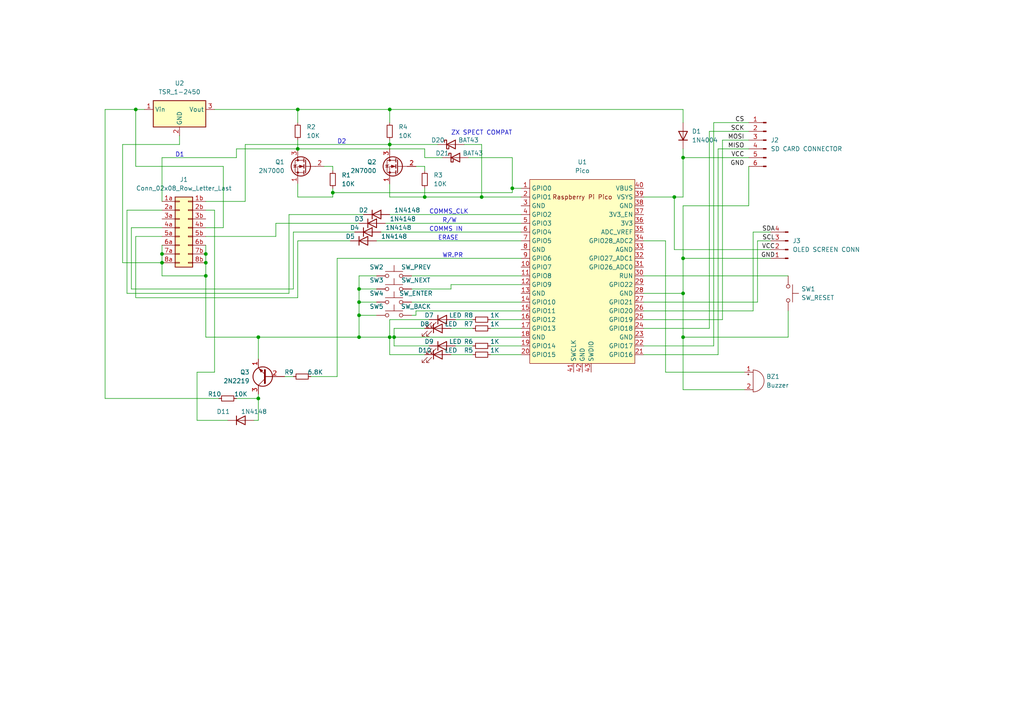
<source format=kicad_sch>
(kicad_sch (version 20211123) (generator eeschema)

  (uuid 24be1e86-cc83-4669-8c55-f41abaed0d99)

  (paper "A4")

  (lib_symbols
    (symbol "Connector:Conn_01x04_Male" (pin_names (offset 1.016) hide) (in_bom yes) (on_board yes)
      (property "Reference" "J" (id 0) (at 0 5.08 0)
        (effects (font (size 1.27 1.27)))
      )
      (property "Value" "Conn_01x04_Male" (id 1) (at 0 -7.62 0)
        (effects (font (size 1.27 1.27)))
      )
      (property "Footprint" "" (id 2) (at 0 0 0)
        (effects (font (size 1.27 1.27)) hide)
      )
      (property "Datasheet" "~" (id 3) (at 0 0 0)
        (effects (font (size 1.27 1.27)) hide)
      )
      (property "ki_keywords" "connector" (id 4) (at 0 0 0)
        (effects (font (size 1.27 1.27)) hide)
      )
      (property "ki_description" "Generic connector, single row, 01x04, script generated (kicad-library-utils/schlib/autogen/connector/)" (id 5) (at 0 0 0)
        (effects (font (size 1.27 1.27)) hide)
      )
      (property "ki_fp_filters" "Connector*:*_1x??_*" (id 6) (at 0 0 0)
        (effects (font (size 1.27 1.27)) hide)
      )
      (symbol "Conn_01x04_Male_1_1"
        (polyline
          (pts
            (xy 1.27 -5.08)
            (xy 0.8636 -5.08)
          )
          (stroke (width 0.1524) (type default) (color 0 0 0 0))
          (fill (type none))
        )
        (polyline
          (pts
            (xy 1.27 -2.54)
            (xy 0.8636 -2.54)
          )
          (stroke (width 0.1524) (type default) (color 0 0 0 0))
          (fill (type none))
        )
        (polyline
          (pts
            (xy 1.27 0)
            (xy 0.8636 0)
          )
          (stroke (width 0.1524) (type default) (color 0 0 0 0))
          (fill (type none))
        )
        (polyline
          (pts
            (xy 1.27 2.54)
            (xy 0.8636 2.54)
          )
          (stroke (width 0.1524) (type default) (color 0 0 0 0))
          (fill (type none))
        )
        (rectangle (start 0.8636 -4.953) (end 0 -5.207)
          (stroke (width 0.1524) (type default) (color 0 0 0 0))
          (fill (type outline))
        )
        (rectangle (start 0.8636 -2.413) (end 0 -2.667)
          (stroke (width 0.1524) (type default) (color 0 0 0 0))
          (fill (type outline))
        )
        (rectangle (start 0.8636 0.127) (end 0 -0.127)
          (stroke (width 0.1524) (type default) (color 0 0 0 0))
          (fill (type outline))
        )
        (rectangle (start 0.8636 2.667) (end 0 2.413)
          (stroke (width 0.1524) (type default) (color 0 0 0 0))
          (fill (type outline))
        )
        (pin passive line (at 5.08 2.54 180) (length 3.81)
          (name "Pin_1" (effects (font (size 1.27 1.27))))
          (number "1" (effects (font (size 1.27 1.27))))
        )
        (pin passive line (at 5.08 0 180) (length 3.81)
          (name "Pin_2" (effects (font (size 1.27 1.27))))
          (number "2" (effects (font (size 1.27 1.27))))
        )
        (pin passive line (at 5.08 -2.54 180) (length 3.81)
          (name "Pin_3" (effects (font (size 1.27 1.27))))
          (number "3" (effects (font (size 1.27 1.27))))
        )
        (pin passive line (at 5.08 -5.08 180) (length 3.81)
          (name "Pin_4" (effects (font (size 1.27 1.27))))
          (number "4" (effects (font (size 1.27 1.27))))
        )
      )
    )
    (symbol "Connector:Conn_01x06_Male" (pin_names (offset 1.016) hide) (in_bom yes) (on_board yes)
      (property "Reference" "J" (id 0) (at 0 7.62 0)
        (effects (font (size 1.27 1.27)))
      )
      (property "Value" "Conn_01x06_Male" (id 1) (at 0 -10.16 0)
        (effects (font (size 1.27 1.27)))
      )
      (property "Footprint" "" (id 2) (at 0 0 0)
        (effects (font (size 1.27 1.27)) hide)
      )
      (property "Datasheet" "~" (id 3) (at 0 0 0)
        (effects (font (size 1.27 1.27)) hide)
      )
      (property "ki_keywords" "connector" (id 4) (at 0 0 0)
        (effects (font (size 1.27 1.27)) hide)
      )
      (property "ki_description" "Generic connector, single row, 01x06, script generated (kicad-library-utils/schlib/autogen/connector/)" (id 5) (at 0 0 0)
        (effects (font (size 1.27 1.27)) hide)
      )
      (property "ki_fp_filters" "Connector*:*_1x??_*" (id 6) (at 0 0 0)
        (effects (font (size 1.27 1.27)) hide)
      )
      (symbol "Conn_01x06_Male_1_1"
        (polyline
          (pts
            (xy 1.27 -7.62)
            (xy 0.8636 -7.62)
          )
          (stroke (width 0.1524) (type default) (color 0 0 0 0))
          (fill (type none))
        )
        (polyline
          (pts
            (xy 1.27 -5.08)
            (xy 0.8636 -5.08)
          )
          (stroke (width 0.1524) (type default) (color 0 0 0 0))
          (fill (type none))
        )
        (polyline
          (pts
            (xy 1.27 -2.54)
            (xy 0.8636 -2.54)
          )
          (stroke (width 0.1524) (type default) (color 0 0 0 0))
          (fill (type none))
        )
        (polyline
          (pts
            (xy 1.27 0)
            (xy 0.8636 0)
          )
          (stroke (width 0.1524) (type default) (color 0 0 0 0))
          (fill (type none))
        )
        (polyline
          (pts
            (xy 1.27 2.54)
            (xy 0.8636 2.54)
          )
          (stroke (width 0.1524) (type default) (color 0 0 0 0))
          (fill (type none))
        )
        (polyline
          (pts
            (xy 1.27 5.08)
            (xy 0.8636 5.08)
          )
          (stroke (width 0.1524) (type default) (color 0 0 0 0))
          (fill (type none))
        )
        (rectangle (start 0.8636 -7.493) (end 0 -7.747)
          (stroke (width 0.1524) (type default) (color 0 0 0 0))
          (fill (type outline))
        )
        (rectangle (start 0.8636 -4.953) (end 0 -5.207)
          (stroke (width 0.1524) (type default) (color 0 0 0 0))
          (fill (type outline))
        )
        (rectangle (start 0.8636 -2.413) (end 0 -2.667)
          (stroke (width 0.1524) (type default) (color 0 0 0 0))
          (fill (type outline))
        )
        (rectangle (start 0.8636 0.127) (end 0 -0.127)
          (stroke (width 0.1524) (type default) (color 0 0 0 0))
          (fill (type outline))
        )
        (rectangle (start 0.8636 2.667) (end 0 2.413)
          (stroke (width 0.1524) (type default) (color 0 0 0 0))
          (fill (type outline))
        )
        (rectangle (start 0.8636 5.207) (end 0 4.953)
          (stroke (width 0.1524) (type default) (color 0 0 0 0))
          (fill (type outline))
        )
        (pin passive line (at 5.08 5.08 180) (length 3.81)
          (name "Pin_1" (effects (font (size 1.27 1.27))))
          (number "1" (effects (font (size 1.27 1.27))))
        )
        (pin passive line (at 5.08 2.54 180) (length 3.81)
          (name "Pin_2" (effects (font (size 1.27 1.27))))
          (number "2" (effects (font (size 1.27 1.27))))
        )
        (pin passive line (at 5.08 0 180) (length 3.81)
          (name "Pin_3" (effects (font (size 1.27 1.27))))
          (number "3" (effects (font (size 1.27 1.27))))
        )
        (pin passive line (at 5.08 -2.54 180) (length 3.81)
          (name "Pin_4" (effects (font (size 1.27 1.27))))
          (number "4" (effects (font (size 1.27 1.27))))
        )
        (pin passive line (at 5.08 -5.08 180) (length 3.81)
          (name "Pin_5" (effects (font (size 1.27 1.27))))
          (number "5" (effects (font (size 1.27 1.27))))
        )
        (pin passive line (at 5.08 -7.62 180) (length 3.81)
          (name "Pin_6" (effects (font (size 1.27 1.27))))
          (number "6" (effects (font (size 1.27 1.27))))
        )
      )
    )
    (symbol "Connector_Generic:Conn_02x08_Row_Letter_Last" (pin_names (offset 1.016) hide) (in_bom yes) (on_board yes)
      (property "Reference" "J1" (id 0) (at 1.27 13.97 0)
        (effects (font (size 1.27 1.27)))
      )
      (property "Value" "Conn_02x08_Row_Letter_Last" (id 1) (at 1.27 11.43 0)
        (effects (font (size 1.27 1.27)))
      )
      (property "Footprint" "Connector_PinHeader_2.54mm:PinHeader_2x08_P2.54mm_Vertical" (id 2) (at 0 0 0)
        (effects (font (size 1.27 1.27)) hide)
      )
      (property "Datasheet" "~" (id 3) (at 0 0 0)
        (effects (font (size 1.27 1.27)) hide)
      )
      (property "ki_keywords" "connector" (id 4) (at 0 0 0)
        (effects (font (size 1.27 1.27)) hide)
      )
      (property "ki_description" "Generic connector, double row, 02x08, row letter last pin numbering scheme (pin number consists of a letter for the row and a number for the pin index in this row. 1a, ..., Na; 1b, ..., Nb)), script generated (kicad-library-utils/schlib/autogen/connector/)" (id 5) (at 0 0 0)
        (effects (font (size 1.27 1.27)) hide)
      )
      (property "ki_fp_filters" "Connector*:*_2x??_*" (id 6) (at 0 0 0)
        (effects (font (size 1.27 1.27)) hide)
      )
      (symbol "Conn_02x08_Row_Letter_Last_1_1"
        (rectangle (start -1.27 -10.033) (end 0 -10.287)
          (stroke (width 0.1524) (type default) (color 0 0 0 0))
          (fill (type none))
        )
        (rectangle (start -1.27 -7.493) (end 0 -7.747)
          (stroke (width 0.1524) (type default) (color 0 0 0 0))
          (fill (type none))
        )
        (rectangle (start -1.27 -4.953) (end 0 -5.207)
          (stroke (width 0.1524) (type default) (color 0 0 0 0))
          (fill (type none))
        )
        (rectangle (start -1.27 -2.413) (end 0 -2.667)
          (stroke (width 0.1524) (type default) (color 0 0 0 0))
          (fill (type none))
        )
        (rectangle (start -1.27 0.127) (end 0 -0.127)
          (stroke (width 0.1524) (type default) (color 0 0 0 0))
          (fill (type none))
        )
        (rectangle (start -1.27 2.667) (end 0 2.413)
          (stroke (width 0.1524) (type default) (color 0 0 0 0))
          (fill (type none))
        )
        (rectangle (start -1.27 5.207) (end 0 4.953)
          (stroke (width 0.1524) (type default) (color 0 0 0 0))
          (fill (type none))
        )
        (rectangle (start -1.27 7.747) (end 0 7.493)
          (stroke (width 0.1524) (type default) (color 0 0 0 0))
          (fill (type none))
        )
        (rectangle (start -1.27 8.89) (end 3.81 -11.43)
          (stroke (width 0.254) (type default) (color 0 0 0 0))
          (fill (type background))
        )
        (rectangle (start 3.81 -10.033) (end 2.54 -10.287)
          (stroke (width 0.1524) (type default) (color 0 0 0 0))
          (fill (type none))
        )
        (rectangle (start 3.81 -7.493) (end 2.54 -7.747)
          (stroke (width 0.1524) (type default) (color 0 0 0 0))
          (fill (type none))
        )
        (rectangle (start 3.81 -4.953) (end 2.54 -5.207)
          (stroke (width 0.1524) (type default) (color 0 0 0 0))
          (fill (type none))
        )
        (rectangle (start 3.81 -2.413) (end 2.54 -2.667)
          (stroke (width 0.1524) (type default) (color 0 0 0 0))
          (fill (type none))
        )
        (rectangle (start 3.81 0.127) (end 2.54 -0.127)
          (stroke (width 0.1524) (type default) (color 0 0 0 0))
          (fill (type none))
        )
        (rectangle (start 3.81 2.667) (end 2.54 2.413)
          (stroke (width 0.1524) (type default) (color 0 0 0 0))
          (fill (type none))
        )
        (rectangle (start 3.81 5.207) (end 2.54 4.953)
          (stroke (width 0.1524) (type default) (color 0 0 0 0))
          (fill (type none))
        )
        (rectangle (start 3.81 7.747) (end 2.54 7.493)
          (stroke (width 0.1524) (type default) (color 0 0 0 0))
          (fill (type none))
        )
        (pin passive line (at -5.08 7.62 0) (length 3.81)
          (name "Pin_1a" (effects (font (size 1.27 1.27))))
          (number "1a" (effects (font (size 1.27 1.27))))
        )
        (pin passive line (at 7.62 7.62 180) (length 3.81)
          (name "Pin_1b" (effects (font (size 1.27 1.27))))
          (number "1b" (effects (font (size 1.27 1.27))))
        )
        (pin passive line (at -5.08 5.08 0) (length 3.81)
          (name "Pin_2a" (effects (font (size 1.27 1.27))))
          (number "2a" (effects (font (size 1.27 1.27))))
        )
        (pin passive line (at 7.62 5.08 180) (length 3.81)
          (name "Pin_2b" (effects (font (size 1.27 1.27))))
          (number "2b" (effects (font (size 1.27 1.27))))
        )
        (pin passive line (at -5.08 2.54 0) (length 3.81)
          (name "Pin_3a" (effects (font (size 1.27 1.27))))
          (number "3a" (effects (font (size 1.27 1.27))))
        )
        (pin passive line (at 7.62 2.54 180) (length 3.81)
          (name "Pin_3b" (effects (font (size 1.27 1.27))))
          (number "3b" (effects (font (size 1.27 1.27))))
        )
        (pin passive line (at -5.08 0 0) (length 3.81)
          (name "Pin_4a" (effects (font (size 1.27 1.27))))
          (number "4a" (effects (font (size 1.27 1.27))))
        )
        (pin passive line (at 7.62 0 180) (length 3.81)
          (name "Pin_4b" (effects (font (size 1.27 1.27))))
          (number "4b" (effects (font (size 1.27 1.27))))
        )
        (pin passive line (at -5.08 -2.54 0) (length 3.81)
          (name "Pin_5a" (effects (font (size 1.27 1.27))))
          (number "5a" (effects (font (size 1.27 1.27))))
        )
        (pin passive line (at 7.62 -2.54 180) (length 3.81)
          (name "Pin_5b" (effects (font (size 1.27 1.27))))
          (number "5b" (effects (font (size 1.27 1.27))))
        )
        (pin passive line (at -5.08 -5.08 0) (length 3.81)
          (name "Pin_6a" (effects (font (size 1.27 1.27))))
          (number "6a" (effects (font (size 1.27 1.27))))
        )
        (pin passive line (at 7.62 -5.08 180) (length 3.81)
          (name "Pin_6b" (effects (font (size 1.27 1.27))))
          (number "6b" (effects (font (size 1.27 1.27))))
        )
        (pin passive line (at -5.08 -7.62 0) (length 3.81)
          (name "Pin_7a" (effects (font (size 1.27 1.27))))
          (number "7a" (effects (font (size 1.27 1.27))))
        )
        (pin passive line (at 7.62 -7.62 180) (length 3.81)
          (name "Pin_7b" (effects (font (size 1.27 1.27))))
          (number "7b" (effects (font (size 1.27 1.27))))
        )
        (pin passive line (at -5.08 -10.16 0) (length 3.81)
          (name "Pin_8a" (effects (font (size 1.27 1.27))))
          (number "8a" (effects (font (size 1.27 1.27))))
        )
        (pin passive line (at 7.62 -10.16 180) (length 3.81)
          (name "Pin_8b" (effects (font (size 1.27 1.27))))
          (number "8b" (effects (font (size 1.27 1.27))))
        )
      )
    )
    (symbol "Device:Buzzer" (pin_names (offset 0.0254) hide) (in_bom yes) (on_board yes)
      (property "Reference" "BZ" (id 0) (at 3.81 1.27 0)
        (effects (font (size 1.27 1.27)) (justify left))
      )
      (property "Value" "Buzzer" (id 1) (at 3.81 -1.27 0)
        (effects (font (size 1.27 1.27)) (justify left))
      )
      (property "Footprint" "" (id 2) (at -0.635 2.54 90)
        (effects (font (size 1.27 1.27)) hide)
      )
      (property "Datasheet" "~" (id 3) (at -0.635 2.54 90)
        (effects (font (size 1.27 1.27)) hide)
      )
      (property "ki_keywords" "quartz resonator ceramic" (id 4) (at 0 0 0)
        (effects (font (size 1.27 1.27)) hide)
      )
      (property "ki_description" "Buzzer, polarized" (id 5) (at 0 0 0)
        (effects (font (size 1.27 1.27)) hide)
      )
      (property "ki_fp_filters" "*Buzzer*" (id 6) (at 0 0 0)
        (effects (font (size 1.27 1.27)) hide)
      )
      (symbol "Buzzer_0_1"
        (arc (start 0 -3.175) (mid 3.175 0) (end 0 3.175)
          (stroke (width 0) (type default) (color 0 0 0 0))
          (fill (type none))
        )
        (polyline
          (pts
            (xy -1.651 1.905)
            (xy -1.143 1.905)
          )
          (stroke (width 0) (type default) (color 0 0 0 0))
          (fill (type none))
        )
        (polyline
          (pts
            (xy -1.397 2.159)
            (xy -1.397 1.651)
          )
          (stroke (width 0) (type default) (color 0 0 0 0))
          (fill (type none))
        )
        (polyline
          (pts
            (xy 0 3.175)
            (xy 0 -3.175)
          )
          (stroke (width 0) (type default) (color 0 0 0 0))
          (fill (type none))
        )
      )
      (symbol "Buzzer_1_1"
        (pin passive line (at -2.54 2.54 0) (length 2.54)
          (name "-" (effects (font (size 1.27 1.27))))
          (number "1" (effects (font (size 1.27 1.27))))
        )
        (pin passive line (at -2.54 -2.54 0) (length 2.54)
          (name "+" (effects (font (size 1.27 1.27))))
          (number "2" (effects (font (size 1.27 1.27))))
        )
      )
    )
    (symbol "Device:LED" (pin_numbers hide) (pin_names (offset 1.016) hide) (in_bom yes) (on_board yes)
      (property "Reference" "D" (id 0) (at 0 2.54 0)
        (effects (font (size 1.27 1.27)))
      )
      (property "Value" "LED" (id 1) (at 0 -2.54 0)
        (effects (font (size 1.27 1.27)))
      )
      (property "Footprint" "" (id 2) (at 0 0 0)
        (effects (font (size 1.27 1.27)) hide)
      )
      (property "Datasheet" "~" (id 3) (at 0 0 0)
        (effects (font (size 1.27 1.27)) hide)
      )
      (property "ki_keywords" "LED diode" (id 4) (at 0 0 0)
        (effects (font (size 1.27 1.27)) hide)
      )
      (property "ki_description" "Light emitting diode" (id 5) (at 0 0 0)
        (effects (font (size 1.27 1.27)) hide)
      )
      (property "ki_fp_filters" "LED* LED_SMD:* LED_THT:*" (id 6) (at 0 0 0)
        (effects (font (size 1.27 1.27)) hide)
      )
      (symbol "LED_0_1"
        (polyline
          (pts
            (xy -1.27 -1.27)
            (xy -1.27 1.27)
          )
          (stroke (width 0.254) (type default) (color 0 0 0 0))
          (fill (type none))
        )
        (polyline
          (pts
            (xy -1.27 0)
            (xy 1.27 0)
          )
          (stroke (width 0) (type default) (color 0 0 0 0))
          (fill (type none))
        )
        (polyline
          (pts
            (xy 1.27 -1.27)
            (xy 1.27 1.27)
            (xy -1.27 0)
            (xy 1.27 -1.27)
          )
          (stroke (width 0.254) (type default) (color 0 0 0 0))
          (fill (type none))
        )
        (polyline
          (pts
            (xy -3.048 -0.762)
            (xy -4.572 -2.286)
            (xy -3.81 -2.286)
            (xy -4.572 -2.286)
            (xy -4.572 -1.524)
          )
          (stroke (width 0) (type default) (color 0 0 0 0))
          (fill (type none))
        )
        (polyline
          (pts
            (xy -1.778 -0.762)
            (xy -3.302 -2.286)
            (xy -2.54 -2.286)
            (xy -3.302 -2.286)
            (xy -3.302 -1.524)
          )
          (stroke (width 0) (type default) (color 0 0 0 0))
          (fill (type none))
        )
      )
      (symbol "LED_1_1"
        (pin passive line (at -3.81 0 0) (length 2.54)
          (name "K" (effects (font (size 1.27 1.27))))
          (number "1" (effects (font (size 1.27 1.27))))
        )
        (pin passive line (at 3.81 0 180) (length 2.54)
          (name "A" (effects (font (size 1.27 1.27))))
          (number "2" (effects (font (size 1.27 1.27))))
        )
      )
    )
    (symbol "Device:R_Small" (pin_numbers hide) (pin_names (offset 0.254) hide) (in_bom yes) (on_board yes)
      (property "Reference" "R" (id 0) (at 0.762 0.508 0)
        (effects (font (size 1.27 1.27)) (justify left))
      )
      (property "Value" "R_Small" (id 1) (at 0.762 -1.016 0)
        (effects (font (size 1.27 1.27)) (justify left))
      )
      (property "Footprint" "" (id 2) (at 0 0 0)
        (effects (font (size 1.27 1.27)) hide)
      )
      (property "Datasheet" "~" (id 3) (at 0 0 0)
        (effects (font (size 1.27 1.27)) hide)
      )
      (property "ki_keywords" "R resistor" (id 4) (at 0 0 0)
        (effects (font (size 1.27 1.27)) hide)
      )
      (property "ki_description" "Resistor, small symbol" (id 5) (at 0 0 0)
        (effects (font (size 1.27 1.27)) hide)
      )
      (property "ki_fp_filters" "R_*" (id 6) (at 0 0 0)
        (effects (font (size 1.27 1.27)) hide)
      )
      (symbol "R_Small_0_1"
        (rectangle (start -0.762 1.778) (end 0.762 -1.778)
          (stroke (width 0.2032) (type default) (color 0 0 0 0))
          (fill (type none))
        )
      )
      (symbol "R_Small_1_1"
        (pin passive line (at 0 2.54 270) (length 0.762)
          (name "~" (effects (font (size 1.27 1.27))))
          (number "1" (effects (font (size 1.27 1.27))))
        )
        (pin passive line (at 0 -2.54 90) (length 0.762)
          (name "~" (effects (font (size 1.27 1.27))))
          (number "2" (effects (font (size 1.27 1.27))))
        )
      )
    )
    (symbol "Diode:1N4004" (pin_numbers hide) (pin_names (offset 1.016) hide) (in_bom yes) (on_board yes)
      (property "Reference" "D" (id 0) (at 0 2.54 0)
        (effects (font (size 1.27 1.27)))
      )
      (property "Value" "1N4004" (id 1) (at 0 -2.54 0)
        (effects (font (size 1.27 1.27)))
      )
      (property "Footprint" "Diode_THT:D_DO-41_SOD81_P10.16mm_Horizontal" (id 2) (at 0 -4.445 0)
        (effects (font (size 1.27 1.27)) hide)
      )
      (property "Datasheet" "http://www.vishay.com/docs/88503/1n4001.pdf" (id 3) (at 0 0 0)
        (effects (font (size 1.27 1.27)) hide)
      )
      (property "ki_keywords" "diode" (id 4) (at 0 0 0)
        (effects (font (size 1.27 1.27)) hide)
      )
      (property "ki_description" "400V 1A General Purpose Rectifier Diode, DO-41" (id 5) (at 0 0 0)
        (effects (font (size 1.27 1.27)) hide)
      )
      (property "ki_fp_filters" "D*DO?41*" (id 6) (at 0 0 0)
        (effects (font (size 1.27 1.27)) hide)
      )
      (symbol "1N4004_0_1"
        (polyline
          (pts
            (xy -1.27 1.27)
            (xy -1.27 -1.27)
          )
          (stroke (width 0.254) (type default) (color 0 0 0 0))
          (fill (type none))
        )
        (polyline
          (pts
            (xy 1.27 0)
            (xy -1.27 0)
          )
          (stroke (width 0) (type default) (color 0 0 0 0))
          (fill (type none))
        )
        (polyline
          (pts
            (xy 1.27 1.27)
            (xy 1.27 -1.27)
            (xy -1.27 0)
            (xy 1.27 1.27)
          )
          (stroke (width 0.254) (type default) (color 0 0 0 0))
          (fill (type none))
        )
      )
      (symbol "1N4004_1_1"
        (pin passive line (at -3.81 0 0) (length 2.54)
          (name "K" (effects (font (size 1.27 1.27))))
          (number "1" (effects (font (size 1.27 1.27))))
        )
        (pin passive line (at 3.81 0 180) (length 2.54)
          (name "A" (effects (font (size 1.27 1.27))))
          (number "2" (effects (font (size 1.27 1.27))))
        )
      )
    )
    (symbol "Diode:1N4148" (pin_numbers hide) (pin_names (offset 1.016) hide) (in_bom yes) (on_board yes)
      (property "Reference" "D" (id 0) (at 0 2.54 0)
        (effects (font (size 1.27 1.27)))
      )
      (property "Value" "1N4148" (id 1) (at 0 -2.54 0)
        (effects (font (size 1.27 1.27)))
      )
      (property "Footprint" "Diode_THT:D_DO-35_SOD27_P7.62mm_Horizontal" (id 2) (at 0 -4.445 0)
        (effects (font (size 1.27 1.27)) hide)
      )
      (property "Datasheet" "https://assets.nexperia.com/documents/data-sheet/1N4148_1N4448.pdf" (id 3) (at 0 0 0)
        (effects (font (size 1.27 1.27)) hide)
      )
      (property "ki_keywords" "diode" (id 4) (at 0 0 0)
        (effects (font (size 1.27 1.27)) hide)
      )
      (property "ki_description" "100V 0.15A standard switching diode, DO-35" (id 5) (at 0 0 0)
        (effects (font (size 1.27 1.27)) hide)
      )
      (property "ki_fp_filters" "D*DO?35*" (id 6) (at 0 0 0)
        (effects (font (size 1.27 1.27)) hide)
      )
      (symbol "1N4148_0_1"
        (polyline
          (pts
            (xy -1.27 1.27)
            (xy -1.27 -1.27)
          )
          (stroke (width 0.254) (type default) (color 0 0 0 0))
          (fill (type none))
        )
        (polyline
          (pts
            (xy 1.27 0)
            (xy -1.27 0)
          )
          (stroke (width 0) (type default) (color 0 0 0 0))
          (fill (type none))
        )
        (polyline
          (pts
            (xy 1.27 1.27)
            (xy 1.27 -1.27)
            (xy -1.27 0)
            (xy 1.27 1.27)
          )
          (stroke (width 0.254) (type default) (color 0 0 0 0))
          (fill (type none))
        )
      )
      (symbol "1N4148_1_1"
        (pin passive line (at -3.81 0 0) (length 2.54)
          (name "K" (effects (font (size 1.27 1.27))))
          (number "1" (effects (font (size 1.27 1.27))))
        )
        (pin passive line (at 3.81 0 180) (length 2.54)
          (name "A" (effects (font (size 1.27 1.27))))
          (number "2" (effects (font (size 1.27 1.27))))
        )
      )
    )
    (symbol "Diode:1N4148WS" (pin_numbers hide) (pin_names (offset 1.016) hide) (in_bom yes) (on_board yes)
      (property "Reference" "D" (id 0) (at 0 2.54 0)
        (effects (font (size 1.27 1.27)))
      )
      (property "Value" "1N4148WS" (id 1) (at 0 -2.54 0)
        (effects (font (size 1.27 1.27)))
      )
      (property "Footprint" "Diode_SMD:D_SOD-323" (id 2) (at 0 -4.445 0)
        (effects (font (size 1.27 1.27)) hide)
      )
      (property "Datasheet" "https://www.vishay.com/docs/85751/1n4148ws.pdf" (id 3) (at 0 0 0)
        (effects (font (size 1.27 1.27)) hide)
      )
      (property "ki_keywords" "diode" (id 4) (at 0 0 0)
        (effects (font (size 1.27 1.27)) hide)
      )
      (property "ki_description" "75V 0.15A Fast switching Diode, SOD-323" (id 5) (at 0 0 0)
        (effects (font (size 1.27 1.27)) hide)
      )
      (property "ki_fp_filters" "D*SOD?323*" (id 6) (at 0 0 0)
        (effects (font (size 1.27 1.27)) hide)
      )
      (symbol "1N4148WS_0_1"
        (polyline
          (pts
            (xy -1.27 1.27)
            (xy -1.27 -1.27)
          )
          (stroke (width 0.254) (type default) (color 0 0 0 0))
          (fill (type none))
        )
        (polyline
          (pts
            (xy 1.27 0)
            (xy -1.27 0)
          )
          (stroke (width 0) (type default) (color 0 0 0 0))
          (fill (type none))
        )
        (polyline
          (pts
            (xy 1.27 1.27)
            (xy 1.27 -1.27)
            (xy -1.27 0)
            (xy 1.27 1.27)
          )
          (stroke (width 0.254) (type default) (color 0 0 0 0))
          (fill (type none))
        )
      )
      (symbol "1N4148WS_1_1"
        (pin passive line (at -3.81 0 0) (length 2.54)
          (name "K" (effects (font (size 1.27 1.27))))
          (number "1" (effects (font (size 1.27 1.27))))
        )
        (pin passive line (at 3.81 0 180) (length 2.54)
          (name "A" (effects (font (size 1.27 1.27))))
          (number "2" (effects (font (size 1.27 1.27))))
        )
      )
    )
    (symbol "Diode:BAT43" (pin_numbers hide) (pin_names (offset 1.016) hide) (in_bom yes) (on_board yes)
      (property "Reference" "D" (id 0) (at 0 2.54 0)
        (effects (font (size 1.27 1.27)))
      )
      (property "Value" "BAT43" (id 1) (at 0 -2.54 0)
        (effects (font (size 1.27 1.27)))
      )
      (property "Footprint" "Diode_THT:D_DO-35_SOD27_P7.62mm_Horizontal" (id 2) (at 0 -4.445 0)
        (effects (font (size 1.27 1.27)) hide)
      )
      (property "Datasheet" "http://www.vishay.com/docs/85660/bat42.pdf" (id 3) (at 0 0 0)
        (effects (font (size 1.27 1.27)) hide)
      )
      (property "ki_keywords" "diode Schottky" (id 4) (at 0 0 0)
        (effects (font (size 1.27 1.27)) hide)
      )
      (property "ki_description" "30V 0.2A Small Signal Schottky Diode, DO-35" (id 5) (at 0 0 0)
        (effects (font (size 1.27 1.27)) hide)
      )
      (property "ki_fp_filters" "D*DO?35*" (id 6) (at 0 0 0)
        (effects (font (size 1.27 1.27)) hide)
      )
      (symbol "BAT43_0_1"
        (polyline
          (pts
            (xy 1.27 0)
            (xy -1.27 0)
          )
          (stroke (width 0) (type default) (color 0 0 0 0))
          (fill (type none))
        )
        (polyline
          (pts
            (xy 1.27 1.27)
            (xy 1.27 -1.27)
            (xy -1.27 0)
            (xy 1.27 1.27)
          )
          (stroke (width 0.254) (type default) (color 0 0 0 0))
          (fill (type none))
        )
        (polyline
          (pts
            (xy -1.905 0.635)
            (xy -1.905 1.27)
            (xy -1.27 1.27)
            (xy -1.27 -1.27)
            (xy -0.635 -1.27)
            (xy -0.635 -0.635)
          )
          (stroke (width 0.254) (type default) (color 0 0 0 0))
          (fill (type none))
        )
      )
      (symbol "BAT43_1_1"
        (pin passive line (at -3.81 0 0) (length 2.54)
          (name "K" (effects (font (size 1.27 1.27))))
          (number "1" (effects (font (size 1.27 1.27))))
        )
        (pin passive line (at 3.81 0 180) (length 2.54)
          (name "A" (effects (font (size 1.27 1.27))))
          (number "2" (effects (font (size 1.27 1.27))))
        )
      )
    )
    (symbol "MCU_RaspberryPi_and_Boards:Pico" (in_bom yes) (on_board yes)
      (property "Reference" "U" (id 0) (at -13.97 27.94 0)
        (effects (font (size 1.27 1.27)))
      )
      (property "Value" "Pico" (id 1) (at 0 19.05 0)
        (effects (font (size 1.27 1.27)))
      )
      (property "Footprint" "RPi_Pico:RPi_Pico_SMD_TH" (id 2) (at 0 0 90)
        (effects (font (size 1.27 1.27)) hide)
      )
      (property "Datasheet" "" (id 3) (at 0 0 0)
        (effects (font (size 1.27 1.27)) hide)
      )
      (symbol "Pico_0_0"
        (text "Raspberry Pi Pico" (at 0 21.59 0)
          (effects (font (size 1.27 1.27)))
        )
      )
      (symbol "Pico_0_1"
        (rectangle (start -15.24 26.67) (end 15.24 -26.67)
          (stroke (width 0) (type default) (color 0 0 0 0))
          (fill (type background))
        )
      )
      (symbol "Pico_1_1"
        (pin bidirectional line (at -17.78 24.13 0) (length 2.54)
          (name "GPIO0" (effects (font (size 1.27 1.27))))
          (number "1" (effects (font (size 1.27 1.27))))
        )
        (pin bidirectional line (at -17.78 1.27 0) (length 2.54)
          (name "GPIO7" (effects (font (size 1.27 1.27))))
          (number "10" (effects (font (size 1.27 1.27))))
        )
        (pin bidirectional line (at -17.78 -1.27 0) (length 2.54)
          (name "GPIO8" (effects (font (size 1.27 1.27))))
          (number "11" (effects (font (size 1.27 1.27))))
        )
        (pin bidirectional line (at -17.78 -3.81 0) (length 2.54)
          (name "GPIO9" (effects (font (size 1.27 1.27))))
          (number "12" (effects (font (size 1.27 1.27))))
        )
        (pin power_in line (at -17.78 -6.35 0) (length 2.54)
          (name "GND" (effects (font (size 1.27 1.27))))
          (number "13" (effects (font (size 1.27 1.27))))
        )
        (pin bidirectional line (at -17.78 -8.89 0) (length 2.54)
          (name "GPIO10" (effects (font (size 1.27 1.27))))
          (number "14" (effects (font (size 1.27 1.27))))
        )
        (pin bidirectional line (at -17.78 -11.43 0) (length 2.54)
          (name "GPIO11" (effects (font (size 1.27 1.27))))
          (number "15" (effects (font (size 1.27 1.27))))
        )
        (pin bidirectional line (at -17.78 -13.97 0) (length 2.54)
          (name "GPIO12" (effects (font (size 1.27 1.27))))
          (number "16" (effects (font (size 1.27 1.27))))
        )
        (pin bidirectional line (at -17.78 -16.51 0) (length 2.54)
          (name "GPIO13" (effects (font (size 1.27 1.27))))
          (number "17" (effects (font (size 1.27 1.27))))
        )
        (pin power_in line (at -17.78 -19.05 0) (length 2.54)
          (name "GND" (effects (font (size 1.27 1.27))))
          (number "18" (effects (font (size 1.27 1.27))))
        )
        (pin bidirectional line (at -17.78 -21.59 0) (length 2.54)
          (name "GPIO14" (effects (font (size 1.27 1.27))))
          (number "19" (effects (font (size 1.27 1.27))))
        )
        (pin bidirectional line (at -17.78 21.59 0) (length 2.54)
          (name "GPIO1" (effects (font (size 1.27 1.27))))
          (number "2" (effects (font (size 1.27 1.27))))
        )
        (pin bidirectional line (at -17.78 -24.13 0) (length 2.54)
          (name "GPIO15" (effects (font (size 1.27 1.27))))
          (number "20" (effects (font (size 1.27 1.27))))
        )
        (pin bidirectional line (at 17.78 -24.13 180) (length 2.54)
          (name "GPIO16" (effects (font (size 1.27 1.27))))
          (number "21" (effects (font (size 1.27 1.27))))
        )
        (pin bidirectional line (at 17.78 -21.59 180) (length 2.54)
          (name "GPIO17" (effects (font (size 1.27 1.27))))
          (number "22" (effects (font (size 1.27 1.27))))
        )
        (pin power_in line (at 17.78 -19.05 180) (length 2.54)
          (name "GND" (effects (font (size 1.27 1.27))))
          (number "23" (effects (font (size 1.27 1.27))))
        )
        (pin bidirectional line (at 17.78 -16.51 180) (length 2.54)
          (name "GPIO18" (effects (font (size 1.27 1.27))))
          (number "24" (effects (font (size 1.27 1.27))))
        )
        (pin bidirectional line (at 17.78 -13.97 180) (length 2.54)
          (name "GPIO19" (effects (font (size 1.27 1.27))))
          (number "25" (effects (font (size 1.27 1.27))))
        )
        (pin bidirectional line (at 17.78 -11.43 180) (length 2.54)
          (name "GPIO20" (effects (font (size 1.27 1.27))))
          (number "26" (effects (font (size 1.27 1.27))))
        )
        (pin bidirectional line (at 17.78 -8.89 180) (length 2.54)
          (name "GPIO21" (effects (font (size 1.27 1.27))))
          (number "27" (effects (font (size 1.27 1.27))))
        )
        (pin power_in line (at 17.78 -6.35 180) (length 2.54)
          (name "GND" (effects (font (size 1.27 1.27))))
          (number "28" (effects (font (size 1.27 1.27))))
        )
        (pin bidirectional line (at 17.78 -3.81 180) (length 2.54)
          (name "GPIO22" (effects (font (size 1.27 1.27))))
          (number "29" (effects (font (size 1.27 1.27))))
        )
        (pin power_in line (at -17.78 19.05 0) (length 2.54)
          (name "GND" (effects (font (size 1.27 1.27))))
          (number "3" (effects (font (size 1.27 1.27))))
        )
        (pin input line (at 17.78 -1.27 180) (length 2.54)
          (name "RUN" (effects (font (size 1.27 1.27))))
          (number "30" (effects (font (size 1.27 1.27))))
        )
        (pin bidirectional line (at 17.78 1.27 180) (length 2.54)
          (name "GPIO26_ADC0" (effects (font (size 1.27 1.27))))
          (number "31" (effects (font (size 1.27 1.27))))
        )
        (pin bidirectional line (at 17.78 3.81 180) (length 2.54)
          (name "GPIO27_ADC1" (effects (font (size 1.27 1.27))))
          (number "32" (effects (font (size 1.27 1.27))))
        )
        (pin power_in line (at 17.78 6.35 180) (length 2.54)
          (name "AGND" (effects (font (size 1.27 1.27))))
          (number "33" (effects (font (size 1.27 1.27))))
        )
        (pin bidirectional line (at 17.78 8.89 180) (length 2.54)
          (name "GPIO28_ADC2" (effects (font (size 1.27 1.27))))
          (number "34" (effects (font (size 1.27 1.27))))
        )
        (pin power_in line (at 17.78 11.43 180) (length 2.54)
          (name "ADC_VREF" (effects (font (size 1.27 1.27))))
          (number "35" (effects (font (size 1.27 1.27))))
        )
        (pin power_in line (at 17.78 13.97 180) (length 2.54)
          (name "3V3" (effects (font (size 1.27 1.27))))
          (number "36" (effects (font (size 1.27 1.27))))
        )
        (pin input line (at 17.78 16.51 180) (length 2.54)
          (name "3V3_EN" (effects (font (size 1.27 1.27))))
          (number "37" (effects (font (size 1.27 1.27))))
        )
        (pin bidirectional line (at 17.78 19.05 180) (length 2.54)
          (name "GND" (effects (font (size 1.27 1.27))))
          (number "38" (effects (font (size 1.27 1.27))))
        )
        (pin power_in line (at 17.78 21.59 180) (length 2.54)
          (name "VSYS" (effects (font (size 1.27 1.27))))
          (number "39" (effects (font (size 1.27 1.27))))
        )
        (pin bidirectional line (at -17.78 16.51 0) (length 2.54)
          (name "GPIO2" (effects (font (size 1.27 1.27))))
          (number "4" (effects (font (size 1.27 1.27))))
        )
        (pin power_in line (at 17.78 24.13 180) (length 2.54)
          (name "VBUS" (effects (font (size 1.27 1.27))))
          (number "40" (effects (font (size 1.27 1.27))))
        )
        (pin input line (at -2.54 -29.21 90) (length 2.54)
          (name "SWCLK" (effects (font (size 1.27 1.27))))
          (number "41" (effects (font (size 1.27 1.27))))
        )
        (pin power_in line (at 0 -29.21 90) (length 2.54)
          (name "GND" (effects (font (size 1.27 1.27))))
          (number "42" (effects (font (size 1.27 1.27))))
        )
        (pin bidirectional line (at 2.54 -29.21 90) (length 2.54)
          (name "SWDIO" (effects (font (size 1.27 1.27))))
          (number "43" (effects (font (size 1.27 1.27))))
        )
        (pin bidirectional line (at -17.78 13.97 0) (length 2.54)
          (name "GPIO3" (effects (font (size 1.27 1.27))))
          (number "5" (effects (font (size 1.27 1.27))))
        )
        (pin bidirectional line (at -17.78 11.43 0) (length 2.54)
          (name "GPIO4" (effects (font (size 1.27 1.27))))
          (number "6" (effects (font (size 1.27 1.27))))
        )
        (pin bidirectional line (at -17.78 8.89 0) (length 2.54)
          (name "GPIO5" (effects (font (size 1.27 1.27))))
          (number "7" (effects (font (size 1.27 1.27))))
        )
        (pin power_in line (at -17.78 6.35 0) (length 2.54)
          (name "GND" (effects (font (size 1.27 1.27))))
          (number "8" (effects (font (size 1.27 1.27))))
        )
        (pin bidirectional line (at -17.78 3.81 0) (length 2.54)
          (name "GPIO6" (effects (font (size 1.27 1.27))))
          (number "9" (effects (font (size 1.27 1.27))))
        )
      )
    )
    (symbol "Regulator_Switching:TSR_1-2450" (in_bom yes) (on_board yes)
      (property "Reference" "U" (id 0) (at -7.62 6.35 0)
        (effects (font (size 1.27 1.27)) (justify left))
      )
      (property "Value" "TSR_1-2450" (id 1) (at -1.27 6.35 0)
        (effects (font (size 1.27 1.27)) (justify left))
      )
      (property "Footprint" "Converter_DCDC:Converter_DCDC_TRACO_TSR-1_THT" (id 2) (at 0 -3.81 0)
        (effects (font (size 1.27 1.27) italic) (justify left) hide)
      )
      (property "Datasheet" "http://www.tracopower.com/products/tsr1.pdf" (id 3) (at 0 0 0)
        (effects (font (size 1.27 1.27)) hide)
      )
      (property "ki_keywords" "dc-dc traco buck" (id 4) (at 0 0 0)
        (effects (font (size 1.27 1.27)) hide)
      )
      (property "ki_description" "1A step-down regulator module, fixed 5V output voltage, 5-36V input voltage, -40°C to +85°C temperature range, TO-220 compatible LM78xx replacement" (id 5) (at 0 0 0)
        (effects (font (size 1.27 1.27)) hide)
      )
      (property "ki_fp_filters" "Converter*DCDC*TRACO*TSR?1*" (id 6) (at 0 0 0)
        (effects (font (size 1.27 1.27)) hide)
      )
      (symbol "TSR_1-2450_0_1"
        (rectangle (start -7.62 5.08) (end 7.62 -2.54)
          (stroke (width 0.254) (type default) (color 0 0 0 0))
          (fill (type background))
        )
      )
      (symbol "TSR_1-2450_1_1"
        (pin power_in line (at -10.16 2.54 0) (length 2.54)
          (name "Vin" (effects (font (size 1.27 1.27))))
          (number "1" (effects (font (size 1.27 1.27))))
        )
        (pin power_in line (at 0 -5.08 90) (length 2.54)
          (name "GND" (effects (font (size 1.27 1.27))))
          (number "2" (effects (font (size 1.27 1.27))))
        )
        (pin power_out line (at 10.16 2.54 180) (length 2.54)
          (name "Vout" (effects (font (size 1.27 1.27))))
          (number "3" (effects (font (size 1.27 1.27))))
        )
      )
    )
    (symbol "Switch:SW_Push" (pin_numbers hide) (pin_names (offset 1.016) hide) (in_bom yes) (on_board yes)
      (property "Reference" "SW" (id 0) (at 1.27 2.54 0)
        (effects (font (size 1.27 1.27)) (justify left))
      )
      (property "Value" "SW_Push" (id 1) (at 0 -1.524 0)
        (effects (font (size 1.27 1.27)))
      )
      (property "Footprint" "" (id 2) (at 0 5.08 0)
        (effects (font (size 1.27 1.27)) hide)
      )
      (property "Datasheet" "~" (id 3) (at 0 5.08 0)
        (effects (font (size 1.27 1.27)) hide)
      )
      (property "ki_keywords" "switch normally-open pushbutton push-button" (id 4) (at 0 0 0)
        (effects (font (size 1.27 1.27)) hide)
      )
      (property "ki_description" "Push button switch, generic, two pins" (id 5) (at 0 0 0)
        (effects (font (size 1.27 1.27)) hide)
      )
      (symbol "SW_Push_0_1"
        (circle (center -2.032 0) (radius 0.508)
          (stroke (width 0) (type default) (color 0 0 0 0))
          (fill (type none))
        )
        (polyline
          (pts
            (xy 0 1.27)
            (xy 0 3.048)
          )
          (stroke (width 0) (type default) (color 0 0 0 0))
          (fill (type none))
        )
        (polyline
          (pts
            (xy 2.54 1.27)
            (xy -2.54 1.27)
          )
          (stroke (width 0) (type default) (color 0 0 0 0))
          (fill (type none))
        )
        (circle (center 2.032 0) (radius 0.508)
          (stroke (width 0) (type default) (color 0 0 0 0))
          (fill (type none))
        )
        (pin passive line (at -5.08 0 0) (length 2.54)
          (name "1" (effects (font (size 1.27 1.27))))
          (number "1" (effects (font (size 1.27 1.27))))
        )
        (pin passive line (at 5.08 0 180) (length 2.54)
          (name "2" (effects (font (size 1.27 1.27))))
          (number "2" (effects (font (size 1.27 1.27))))
        )
      )
    )
    (symbol "Transistor_BJT:2N2219" (pin_names (offset 0) hide) (in_bom yes) (on_board yes)
      (property "Reference" "Q" (id 0) (at 5.08 1.905 0)
        (effects (font (size 1.27 1.27)) (justify left))
      )
      (property "Value" "2N2219" (id 1) (at 5.08 0 0)
        (effects (font (size 1.27 1.27)) (justify left))
      )
      (property "Footprint" "Package_TO_SOT_THT:TO-39-3" (id 2) (at 5.08 -1.905 0)
        (effects (font (size 1.27 1.27) italic) (justify left) hide)
      )
      (property "Datasheet" "http://www.onsemi.com/pub_link/Collateral/2N2219-D.PDF" (id 3) (at 0 0 0)
        (effects (font (size 1.27 1.27)) (justify left) hide)
      )
      (property "ki_keywords" "NPN Transistor" (id 4) (at 0 0 0)
        (effects (font (size 1.27 1.27)) hide)
      )
      (property "ki_description" "800mA Ic, 50V Vce, NPN Transistor, TO-39" (id 5) (at 0 0 0)
        (effects (font (size 1.27 1.27)) hide)
      )
      (property "ki_fp_filters" "TO?39*" (id 6) (at 0 0 0)
        (effects (font (size 1.27 1.27)) hide)
      )
      (symbol "2N2219_0_1"
        (polyline
          (pts
            (xy 0.635 0.635)
            (xy 2.54 2.54)
          )
          (stroke (width 0) (type default) (color 0 0 0 0))
          (fill (type none))
        )
        (polyline
          (pts
            (xy 0.635 -0.635)
            (xy 2.54 -2.54)
            (xy 2.54 -2.54)
          )
          (stroke (width 0) (type default) (color 0 0 0 0))
          (fill (type none))
        )
        (polyline
          (pts
            (xy 0.635 1.905)
            (xy 0.635 -1.905)
            (xy 0.635 -1.905)
          )
          (stroke (width 0.508) (type default) (color 0 0 0 0))
          (fill (type none))
        )
        (polyline
          (pts
            (xy 1.27 -1.778)
            (xy 1.778 -1.27)
            (xy 2.286 -2.286)
            (xy 1.27 -1.778)
            (xy 1.27 -1.778)
          )
          (stroke (width 0) (type default) (color 0 0 0 0))
          (fill (type outline))
        )
        (circle (center 1.27 0) (radius 2.8194)
          (stroke (width 0.254) (type default) (color 0 0 0 0))
          (fill (type none))
        )
      )
      (symbol "2N2219_1_1"
        (pin passive line (at 2.54 -5.08 90) (length 2.54)
          (name "E" (effects (font (size 1.27 1.27))))
          (number "1" (effects (font (size 1.27 1.27))))
        )
        (pin passive line (at -5.08 0 0) (length 5.715)
          (name "B" (effects (font (size 1.27 1.27))))
          (number "2" (effects (font (size 1.27 1.27))))
        )
        (pin passive line (at 2.54 5.08 270) (length 2.54)
          (name "C" (effects (font (size 1.27 1.27))))
          (number "3" (effects (font (size 1.27 1.27))))
        )
      )
    )
    (symbol "Transistor_FET:2N7000" (pin_names hide) (in_bom yes) (on_board yes)
      (property "Reference" "Q" (id 0) (at 5.08 1.905 0)
        (effects (font (size 1.27 1.27)) (justify left))
      )
      (property "Value" "2N7000" (id 1) (at 5.08 0 0)
        (effects (font (size 1.27 1.27)) (justify left))
      )
      (property "Footprint" "Package_TO_SOT_THT:TO-92_Inline" (id 2) (at 5.08 -1.905 0)
        (effects (font (size 1.27 1.27) italic) (justify left) hide)
      )
      (property "Datasheet" "https://www.onsemi.com/pub/Collateral/NDS7002A-D.PDF" (id 3) (at 0 0 0)
        (effects (font (size 1.27 1.27)) (justify left) hide)
      )
      (property "ki_keywords" "N-Channel MOSFET Logic-Level" (id 4) (at 0 0 0)
        (effects (font (size 1.27 1.27)) hide)
      )
      (property "ki_description" "0.2A Id, 200V Vds, N-Channel MOSFET, 2.6V Logic Level, TO-92" (id 5) (at 0 0 0)
        (effects (font (size 1.27 1.27)) hide)
      )
      (property "ki_fp_filters" "TO?92*" (id 6) (at 0 0 0)
        (effects (font (size 1.27 1.27)) hide)
      )
      (symbol "2N7000_0_1"
        (polyline
          (pts
            (xy 0.254 0)
            (xy -2.54 0)
          )
          (stroke (width 0) (type default) (color 0 0 0 0))
          (fill (type none))
        )
        (polyline
          (pts
            (xy 0.254 1.905)
            (xy 0.254 -1.905)
          )
          (stroke (width 0.254) (type default) (color 0 0 0 0))
          (fill (type none))
        )
        (polyline
          (pts
            (xy 0.762 -1.27)
            (xy 0.762 -2.286)
          )
          (stroke (width 0.254) (type default) (color 0 0 0 0))
          (fill (type none))
        )
        (polyline
          (pts
            (xy 0.762 0.508)
            (xy 0.762 -0.508)
          )
          (stroke (width 0.254) (type default) (color 0 0 0 0))
          (fill (type none))
        )
        (polyline
          (pts
            (xy 0.762 2.286)
            (xy 0.762 1.27)
          )
          (stroke (width 0.254) (type default) (color 0 0 0 0))
          (fill (type none))
        )
        (polyline
          (pts
            (xy 2.54 2.54)
            (xy 2.54 1.778)
          )
          (stroke (width 0) (type default) (color 0 0 0 0))
          (fill (type none))
        )
        (polyline
          (pts
            (xy 2.54 -2.54)
            (xy 2.54 0)
            (xy 0.762 0)
          )
          (stroke (width 0) (type default) (color 0 0 0 0))
          (fill (type none))
        )
        (polyline
          (pts
            (xy 0.762 -1.778)
            (xy 3.302 -1.778)
            (xy 3.302 1.778)
            (xy 0.762 1.778)
          )
          (stroke (width 0) (type default) (color 0 0 0 0))
          (fill (type none))
        )
        (polyline
          (pts
            (xy 1.016 0)
            (xy 2.032 0.381)
            (xy 2.032 -0.381)
            (xy 1.016 0)
          )
          (stroke (width 0) (type default) (color 0 0 0 0))
          (fill (type outline))
        )
        (polyline
          (pts
            (xy 2.794 0.508)
            (xy 2.921 0.381)
            (xy 3.683 0.381)
            (xy 3.81 0.254)
          )
          (stroke (width 0) (type default) (color 0 0 0 0))
          (fill (type none))
        )
        (polyline
          (pts
            (xy 3.302 0.381)
            (xy 2.921 -0.254)
            (xy 3.683 -0.254)
            (xy 3.302 0.381)
          )
          (stroke (width 0) (type default) (color 0 0 0 0))
          (fill (type none))
        )
        (circle (center 1.651 0) (radius 2.794)
          (stroke (width 0.254) (type default) (color 0 0 0 0))
          (fill (type none))
        )
        (circle (center 2.54 -1.778) (radius 0.254)
          (stroke (width 0) (type default) (color 0 0 0 0))
          (fill (type outline))
        )
        (circle (center 2.54 1.778) (radius 0.254)
          (stroke (width 0) (type default) (color 0 0 0 0))
          (fill (type outline))
        )
      )
      (symbol "2N7000_1_1"
        (pin passive line (at 2.54 -5.08 90) (length 2.54)
          (name "S" (effects (font (size 1.27 1.27))))
          (number "1" (effects (font (size 1.27 1.27))))
        )
        (pin input line (at -5.08 0 0) (length 2.54)
          (name "G" (effects (font (size 1.27 1.27))))
          (number "2" (effects (font (size 1.27 1.27))))
        )
        (pin passive line (at 2.54 5.08 270) (length 2.54)
          (name "D" (effects (font (size 1.27 1.27))))
          (number "3" (effects (font (size 1.27 1.27))))
        )
      )
    )
  )

  (junction (at 113.03 41.91) (diameter 0) (color 0 0 0 0)
    (uuid 0d5c8553-0a1e-48c9-8ac0-a164fada8c9a)
  )
  (junction (at 46.99 76.2) (diameter 0) (color 0 0 0 0)
    (uuid 2de54a65-0bad-460d-9765-8f10cfb56a6c)
  )
  (junction (at 113.03 31.75) (diameter 0) (color 0 0 0 0)
    (uuid 31b14aff-ee2e-49a4-ab89-484bb83c80db)
  )
  (junction (at 46.99 73.66) (diameter 0) (color 0 0 0 0)
    (uuid 332922e8-a81c-42dc-8a99-9ad227c5a3a0)
  )
  (junction (at 113.03 97.79) (diameter 0) (color 0 0 0 0)
    (uuid 3e295ed1-9309-4fcc-b9b1-0df800ef4747)
  )
  (junction (at 114.3 97.79) (diameter 0) (color 0 0 0 0)
    (uuid 3e9d4c48-b81a-4685-848c-0a7525273b99)
  )
  (junction (at 195.58 57.15) (diameter 0) (color 0 0 0 0)
    (uuid 4038edc2-9321-471e-8428-e427cc99f6d3)
  )
  (junction (at 39.37 31.75) (diameter 0) (color 0 0 0 0)
    (uuid 427fb924-e051-4aa4-8155-4135c2a6eb8e)
  )
  (junction (at 59.69 73.66) (diameter 0) (color 0 0 0 0)
    (uuid 5e52e15e-bfd9-4275-80b6-ac15b8a08fe0)
  )
  (junction (at 74.93 97.79) (diameter 0) (color 0 0 0 0)
    (uuid 65bb52bd-cbc6-423c-8b22-a6c1a840157a)
  )
  (junction (at 86.36 31.75) (diameter 0) (color 0 0 0 0)
    (uuid 6e421834-b01e-482b-b4a5-4790d47e2749)
  )
  (junction (at 104.14 87.63) (diameter 0) (color 0 0 0 0)
    (uuid 7637ea3a-d488-4d64-b778-94c1de7bc1a9)
  )
  (junction (at 198.12 85.09) (diameter 0) (color 0 0 0 0)
    (uuid 7e98c7bb-1d59-4b79-8dd7-3fc856d94f6e)
  )
  (junction (at 104.14 97.79) (diameter 0) (color 0 0 0 0)
    (uuid 907f4f47-dee4-46d8-a373-81ce03e1e207)
  )
  (junction (at 123.19 57.15) (diameter 0) (color 0 0 0 0)
    (uuid 90e9290c-2951-4a38-b903-b48a0fa27ddf)
  )
  (junction (at 74.93 115.57) (diameter 0) (color 0 0 0 0)
    (uuid 9746940f-7516-4ff3-ab52-fc51a80e8e84)
  )
  (junction (at 148.59 54.61) (diameter 0) (color 0 0 0 0)
    (uuid 9b845b5f-35f3-4e98-a81b-ff98d90b4206)
  )
  (junction (at 104.14 91.44) (diameter 0) (color 0 0 0 0)
    (uuid a92fbedb-eebc-4691-879b-687aec5209a4)
  )
  (junction (at 59.69 76.2) (diameter 0) (color 0 0 0 0)
    (uuid aa37900a-fa5a-43c4-b6eb-2b3ceacb35fd)
  )
  (junction (at 104.14 83.82) (diameter 0) (color 0 0 0 0)
    (uuid b0f18ab0-ba89-45d3-a742-8bf81b791b4f)
  )
  (junction (at 86.36 43.18) (diameter 0) (color 0 0 0 0)
    (uuid b76e3e1d-22a6-485f-8f6e-9c37d7fdff22)
  )
  (junction (at 198.12 74.93) (diameter 0) (color 0 0 0 0)
    (uuid ba57d4cf-8bca-4721-a6d0-92dba44559fa)
  )
  (junction (at 139.7 57.15) (diameter 0) (color 0 0 0 0)
    (uuid ba89a53b-cdfa-4005-a9b0-a01deb570a61)
  )
  (junction (at 96.52 55.88) (diameter 0) (color 0 0 0 0)
    (uuid bce5cbeb-6cb1-4d50-984c-d6a34bc426fb)
  )
  (junction (at 198.12 97.79) (diameter 0) (color 0 0 0 0)
    (uuid c11800a1-7754-4ac5-a9a8-c6989ec2e1ac)
  )
  (junction (at 59.69 80.01) (diameter 0) (color 0 0 0 0)
    (uuid e9f1b971-582e-43c9-8e48-74e7ecba5d66)
  )
  (junction (at 198.12 45.72) (diameter 0) (color 0 0 0 0)
    (uuid f3c6f72f-ba22-4ae3-976d-18a6ec28b870)
  )

  (wire (pts (xy 96.52 54.61) (xy 96.52 55.88))
    (stroke (width 0) (type default) (color 0 0 0 0))
    (uuid 00d75300-0020-41fc-92df-6f5a0304b77b)
  )
  (wire (pts (xy 46.99 58.42) (xy 46.99 45.72))
    (stroke (width 0) (type default) (color 0 0 0 0))
    (uuid 02f95c07-3ce2-4f35-9cd8-dab73003bc99)
  )
  (wire (pts (xy 86.36 57.15) (xy 96.52 57.15))
    (stroke (width 0) (type default) (color 0 0 0 0))
    (uuid 031bbed4-44e9-406a-bb30-74870047527c)
  )
  (wire (pts (xy 97.79 74.93) (xy 151.13 74.93))
    (stroke (width 0) (type default) (color 0 0 0 0))
    (uuid 0364b08e-010c-4eea-b054-d524817c919e)
  )
  (wire (pts (xy 62.23 31.75) (xy 86.36 31.75))
    (stroke (width 0) (type default) (color 0 0 0 0))
    (uuid 0a8306ce-390e-424e-8d39-42ea2c37b6c3)
  )
  (wire (pts (xy 186.69 69.85) (xy 193.04 69.85))
    (stroke (width 0) (type default) (color 0 0 0 0))
    (uuid 0c472135-b873-4f7b-985a-3c7b63da0b5a)
  )
  (wire (pts (xy 59.69 71.12) (xy 59.69 73.66))
    (stroke (width 0) (type default) (color 0 0 0 0))
    (uuid 0c8e6c7b-326e-40ad-aeff-c975a6059278)
  )
  (wire (pts (xy 120.65 90.17) (xy 151.13 90.17))
    (stroke (width 0) (type default) (color 0 0 0 0))
    (uuid 0ce34bf7-f1ff-4a48-b6ef-8f529f7c4cef)
  )
  (wire (pts (xy 85.09 83.82) (xy 85.09 67.31))
    (stroke (width 0) (type default) (color 0 0 0 0))
    (uuid 0daafb16-9fc7-4ef0-a5e4-abfb9c6727cd)
  )
  (wire (pts (xy 71.12 58.42) (xy 71.12 41.91))
    (stroke (width 0) (type default) (color 0 0 0 0))
    (uuid 0e38a33c-eeb3-44ee-9672-dabe66d0c3df)
  )
  (wire (pts (xy 68.58 45.72) (xy 68.58 43.18))
    (stroke (width 0) (type default) (color 0 0 0 0))
    (uuid 11aba65b-53a2-477d-9cee-8bb1f5f76453)
  )
  (wire (pts (xy 193.04 69.85) (xy 193.04 107.95))
    (stroke (width 0) (type default) (color 0 0 0 0))
    (uuid 12998f35-8bd3-4dcc-99aa-033bc9c0c296)
  )
  (wire (pts (xy 209.55 40.64) (xy 209.55 92.71))
    (stroke (width 0) (type default) (color 0 0 0 0))
    (uuid 15594a67-a09a-4511-9649-8ac553ac8e97)
  )
  (wire (pts (xy 113.03 53.34) (xy 113.03 57.15))
    (stroke (width 0) (type default) (color 0 0 0 0))
    (uuid 15b96d14-7b8c-43f8-82d6-e5424eb06ac5)
  )
  (wire (pts (xy 142.24 95.25) (xy 151.13 95.25))
    (stroke (width 0) (type default) (color 0 0 0 0))
    (uuid 15ecaf2d-7d18-4574-8040-4aaf20294dbf)
  )
  (wire (pts (xy 68.58 43.18) (xy 86.36 43.18))
    (stroke (width 0) (type default) (color 0 0 0 0))
    (uuid 16fffe0c-44c7-45a6-8b8d-0d3fad27a98d)
  )
  (wire (pts (xy 59.69 60.96) (xy 62.23 60.96))
    (stroke (width 0) (type default) (color 0 0 0 0))
    (uuid 1771d907-49a1-4207-a648-e6826d0c1ef0)
  )
  (wire (pts (xy 104.14 91.44) (xy 104.14 97.79))
    (stroke (width 0) (type default) (color 0 0 0 0))
    (uuid 1a040f11-dd46-4db5-b8a6-cf7b17c0d3d6)
  )
  (wire (pts (xy 71.12 41.91) (xy 113.03 41.91))
    (stroke (width 0) (type default) (color 0 0 0 0))
    (uuid 1d127886-5828-493c-86e2-80fa6a7d352c)
  )
  (wire (pts (xy 86.36 31.75) (xy 113.03 31.75))
    (stroke (width 0) (type default) (color 0 0 0 0))
    (uuid 1fefbd29-e493-4d14-8d47-11a5cde1c9f6)
  )
  (wire (pts (xy 74.93 115.57) (xy 74.93 114.3))
    (stroke (width 0) (type default) (color 0 0 0 0))
    (uuid 218a2ff9-4062-459d-ba30-f34e85f46f20)
  )
  (wire (pts (xy 148.59 55.88) (xy 148.59 54.61))
    (stroke (width 0) (type default) (color 0 0 0 0))
    (uuid 21eb3fd7-6d5e-45b5-9bb9-fb46b990325f)
  )
  (wire (pts (xy 186.69 87.63) (xy 219.71 87.63))
    (stroke (width 0) (type default) (color 0 0 0 0))
    (uuid 24c022d2-1f8d-4317-9285-7c0fce5a9974)
  )
  (wire (pts (xy 123.19 102.87) (xy 113.03 102.87))
    (stroke (width 0) (type default) (color 0 0 0 0))
    (uuid 2621d025-fe0d-4af8-948b-aae2ac25d436)
  )
  (wire (pts (xy 96.52 48.26) (xy 96.52 49.53))
    (stroke (width 0) (type default) (color 0 0 0 0))
    (uuid 2a11d77b-a242-4f70-8499-555c64f3d1aa)
  )
  (wire (pts (xy 39.37 68.58) (xy 39.37 86.36))
    (stroke (width 0) (type default) (color 0 0 0 0))
    (uuid 31f77c8a-6128-4329-8133-d90ee0e174a0)
  )
  (wire (pts (xy 113.03 40.64) (xy 113.03 41.91))
    (stroke (width 0) (type default) (color 0 0 0 0))
    (uuid 32be823c-acb5-4c31-ab48-d5c6f3a07db8)
  )
  (wire (pts (xy 104.14 87.63) (xy 104.14 91.44))
    (stroke (width 0) (type default) (color 0 0 0 0))
    (uuid 3321f81c-c671-4323-a04e-859bafcf2c06)
  )
  (wire (pts (xy 113.03 57.15) (xy 123.19 57.15))
    (stroke (width 0) (type default) (color 0 0 0 0))
    (uuid 334edca1-0a13-4e61-b861-8f53bcbe9d81)
  )
  (wire (pts (xy 59.69 58.42) (xy 71.12 58.42))
    (stroke (width 0) (type default) (color 0 0 0 0))
    (uuid 341991f5-bf23-43c0-b837-9fa47948b40e)
  )
  (wire (pts (xy 97.79 74.93) (xy 97.79 109.22))
    (stroke (width 0) (type default) (color 0 0 0 0))
    (uuid 3522e9fc-55b9-445d-9833-13d7ba3258ca)
  )
  (wire (pts (xy 130.81 95.25) (xy 137.16 95.25))
    (stroke (width 0) (type default) (color 0 0 0 0))
    (uuid 37676788-115a-42b9-920d-533f9f14c041)
  )
  (wire (pts (xy 62.23 60.96) (xy 62.23 107.95))
    (stroke (width 0) (type default) (color 0 0 0 0))
    (uuid 3a6001a2-a2c9-42d1-b955-e19c6fd12e41)
  )
  (wire (pts (xy 209.55 92.71) (xy 186.69 92.71))
    (stroke (width 0) (type default) (color 0 0 0 0))
    (uuid 3d66bb47-d868-4477-8ed4-d116f978dde6)
  )
  (wire (pts (xy 104.14 91.44) (xy 109.22 91.44))
    (stroke (width 0) (type default) (color 0 0 0 0))
    (uuid 401ac262-c78e-48ef-8f3a-c3606ec58818)
  )
  (wire (pts (xy 217.17 59.69) (xy 198.12 59.69))
    (stroke (width 0) (type default) (color 0 0 0 0))
    (uuid 418766f5-291c-4d5f-8a18-9e9ad1175ec5)
  )
  (wire (pts (xy 205.74 38.1) (xy 217.17 38.1))
    (stroke (width 0) (type default) (color 0 0 0 0))
    (uuid 43965a1e-4882-407f-9b54-43d3f2b1a6fe)
  )
  (wire (pts (xy 207.01 100.33) (xy 207.01 35.56))
    (stroke (width 0) (type default) (color 0 0 0 0))
    (uuid 452094bd-a4dd-4420-a97c-b95414cca74d)
  )
  (wire (pts (xy 130.81 82.55) (xy 151.13 82.55))
    (stroke (width 0) (type default) (color 0 0 0 0))
    (uuid 45442bac-7868-4ac6-b0eb-703a59dd710d)
  )
  (wire (pts (xy 86.36 86.36) (xy 86.36 69.85))
    (stroke (width 0) (type default) (color 0 0 0 0))
    (uuid 48ef65fc-af30-4877-8c71-53e5c3ab0849)
  )
  (wire (pts (xy 113.03 92.71) (xy 113.03 97.79))
    (stroke (width 0) (type default) (color 0 0 0 0))
    (uuid 4959a332-d1c4-4d77-b60f-7cfe4144fd5c)
  )
  (wire (pts (xy 135.89 45.72) (xy 148.59 45.72))
    (stroke (width 0) (type default) (color 0 0 0 0))
    (uuid 4c285d65-38f5-44eb-943f-4420d84fa57f)
  )
  (wire (pts (xy 123.19 54.61) (xy 123.19 57.15))
    (stroke (width 0) (type default) (color 0 0 0 0))
    (uuid 4c3fbd0a-467d-47d1-9c28-0f49f401a357)
  )
  (wire (pts (xy 46.99 73.66) (xy 46.99 76.2))
    (stroke (width 0) (type default) (color 0 0 0 0))
    (uuid 4cd7e0fe-c8dc-4a8c-b2b0-d9b4b4326039)
  )
  (wire (pts (xy 119.38 87.63) (xy 151.13 87.63))
    (stroke (width 0) (type default) (color 0 0 0 0))
    (uuid 4de7ed0e-6005-4621-a880-07884659ce4a)
  )
  (wire (pts (xy 198.12 59.69) (xy 198.12 74.93))
    (stroke (width 0) (type default) (color 0 0 0 0))
    (uuid 4fdc6f75-8340-4409-8f63-630060a51bc4)
  )
  (wire (pts (xy 186.69 95.25) (xy 205.74 95.25))
    (stroke (width 0) (type default) (color 0 0 0 0))
    (uuid 50868244-9598-41c4-9247-1a55528bc4a8)
  )
  (wire (pts (xy 119.38 83.82) (xy 130.81 83.82))
    (stroke (width 0) (type default) (color 0 0 0 0))
    (uuid 51f76686-b329-42a2-b5ad-5114c8807dee)
  )
  (wire (pts (xy 83.82 85.09) (xy 83.82 62.23))
    (stroke (width 0) (type default) (color 0 0 0 0))
    (uuid 533e9818-161f-4d17-a268-00924d0722e7)
  )
  (wire (pts (xy 96.52 55.88) (xy 96.52 57.15))
    (stroke (width 0) (type default) (color 0 0 0 0))
    (uuid 53a8204d-7000-4772-b0a0-44e4e3bd1ffd)
  )
  (wire (pts (xy 39.37 31.75) (xy 30.48 31.75))
    (stroke (width 0) (type default) (color 0 0 0 0))
    (uuid 555450b3-31a8-432d-98ad-838ecb360bb7)
  )
  (wire (pts (xy 74.93 97.79) (xy 104.14 97.79))
    (stroke (width 0) (type default) (color 0 0 0 0))
    (uuid 57963448-e3e5-47f0-81ac-a4e5bd99365f)
  )
  (wire (pts (xy 119.38 91.44) (xy 120.65 91.44))
    (stroke (width 0) (type default) (color 0 0 0 0))
    (uuid 5a1f3775-82a9-41ff-b861-54f956815e3e)
  )
  (wire (pts (xy 74.93 97.79) (xy 74.93 104.14))
    (stroke (width 0) (type default) (color 0 0 0 0))
    (uuid 5b89d57f-2599-407a-b185-cfabb152b1c6)
  )
  (wire (pts (xy 38.1 83.82) (xy 85.09 83.82))
    (stroke (width 0) (type default) (color 0 0 0 0))
    (uuid 5c1cc129-319c-4903-9bae-9577b8dd06bd)
  )
  (wire (pts (xy 114.3 97.79) (xy 151.13 97.79))
    (stroke (width 0) (type default) (color 0 0 0 0))
    (uuid 5c245e20-d6f8-40e8-92c5-9316ff1fe035)
  )
  (wire (pts (xy 142.24 100.33) (xy 151.13 100.33))
    (stroke (width 0) (type default) (color 0 0 0 0))
    (uuid 5d054a1c-9801-45f4-a5ce-3ce76661202b)
  )
  (wire (pts (xy 104.14 83.82) (xy 104.14 87.63))
    (stroke (width 0) (type default) (color 0 0 0 0))
    (uuid 5dd66eea-5494-472c-9237-0dd2718cf807)
  )
  (wire (pts (xy 36.83 85.09) (xy 83.82 85.09))
    (stroke (width 0) (type default) (color 0 0 0 0))
    (uuid 60b59662-3d4a-410b-870d-057b7b32dcfb)
  )
  (wire (pts (xy 46.99 71.12) (xy 46.99 73.66))
    (stroke (width 0) (type default) (color 0 0 0 0))
    (uuid 60fabe2e-c18d-4d49-8460-7dcfca564713)
  )
  (wire (pts (xy 82.55 109.22) (xy 85.09 109.22))
    (stroke (width 0) (type default) (color 0 0 0 0))
    (uuid 62b91b8f-188d-4fe1-bbf9-efcc927acd96)
  )
  (wire (pts (xy 57.15 107.95) (xy 57.15 121.92))
    (stroke (width 0) (type default) (color 0 0 0 0))
    (uuid 638bde23-d890-4fb2-90c9-7de0e31d26dc)
  )
  (wire (pts (xy 198.12 97.79) (xy 228.6 97.79))
    (stroke (width 0) (type default) (color 0 0 0 0))
    (uuid 646cbadb-b1e3-4f3d-b836-1d0a4642fad3)
  )
  (wire (pts (xy 198.12 43.18) (xy 198.12 45.72))
    (stroke (width 0) (type default) (color 0 0 0 0))
    (uuid 655166a5-c9cc-4a4b-90fb-c0ddc2deb887)
  )
  (wire (pts (xy 86.36 53.34) (xy 86.36 57.15))
    (stroke (width 0) (type default) (color 0 0 0 0))
    (uuid 65ad3ac2-6708-4c86-b30d-bd82864fb4e3)
  )
  (wire (pts (xy 46.99 68.58) (xy 39.37 68.58))
    (stroke (width 0) (type default) (color 0 0 0 0))
    (uuid 66a72068-12e2-4d40-9198-991eea7b08df)
  )
  (wire (pts (xy 130.81 102.87) (xy 137.16 102.87))
    (stroke (width 0) (type default) (color 0 0 0 0))
    (uuid 68408abd-109e-4246-a802-d79dd5d8baa7)
  )
  (wire (pts (xy 142.24 92.71) (xy 151.13 92.71))
    (stroke (width 0) (type default) (color 0 0 0 0))
    (uuid 68a4cabd-b82b-4bcb-a2c6-4d06851e61a5)
  )
  (wire (pts (xy 74.93 115.57) (xy 74.93 121.92))
    (stroke (width 0) (type default) (color 0 0 0 0))
    (uuid 69ab8203-2b56-4cb1-b218-5e69dc772607)
  )
  (wire (pts (xy 205.74 95.25) (xy 205.74 38.1))
    (stroke (width 0) (type default) (color 0 0 0 0))
    (uuid 6b3f6b51-af49-45a5-a3b1-5a728c9895f7)
  )
  (wire (pts (xy 217.17 48.26) (xy 217.17 59.69))
    (stroke (width 0) (type default) (color 0 0 0 0))
    (uuid 6b428e8f-7662-40fa-8689-c7b743a8c90f)
  )
  (wire (pts (xy 59.69 76.2) (xy 59.69 80.01))
    (stroke (width 0) (type default) (color 0 0 0 0))
    (uuid 6de9ea6e-cd2d-4518-9c27-f1fea1df4e96)
  )
  (wire (pts (xy 74.93 121.92) (xy 73.66 121.92))
    (stroke (width 0) (type default) (color 0 0 0 0))
    (uuid 6ea8b555-be8d-4be1-978a-237adbb2ecd6)
  )
  (wire (pts (xy 52.07 39.37) (xy 52.07 41.91))
    (stroke (width 0) (type default) (color 0 0 0 0))
    (uuid 6f60c61d-b904-46c1-9cec-f20f9f938296)
  )
  (wire (pts (xy 113.03 41.91) (xy 113.03 43.18))
    (stroke (width 0) (type default) (color 0 0 0 0))
    (uuid 70542aad-9859-4d1d-93b6-576d5691461e)
  )
  (wire (pts (xy 114.3 95.25) (xy 114.3 97.79))
    (stroke (width 0) (type default) (color 0 0 0 0))
    (uuid 70858afe-50f7-454f-81b5-9fdb642f9e1b)
  )
  (wire (pts (xy 198.12 74.93) (xy 198.12 85.09))
    (stroke (width 0) (type default) (color 0 0 0 0))
    (uuid 71f5e390-cdd1-42fa-b1c7-837ac3cffb11)
  )
  (wire (pts (xy 38.1 66.04) (xy 38.1 83.82))
    (stroke (width 0) (type default) (color 0 0 0 0))
    (uuid 71f936f0-b122-44d4-a4d9-b39ea3b70da5)
  )
  (wire (pts (xy 113.03 31.75) (xy 113.03 35.56))
    (stroke (width 0) (type default) (color 0 0 0 0))
    (uuid 72ada623-ecb3-4d6f-8fc1-c7c0219f3a73)
  )
  (wire (pts (xy 46.99 80.01) (xy 59.69 80.01))
    (stroke (width 0) (type default) (color 0 0 0 0))
    (uuid 747c4577-77ce-42a0-9eed-8b8b7cb771c5)
  )
  (wire (pts (xy 46.99 66.04) (xy 38.1 66.04))
    (stroke (width 0) (type default) (color 0 0 0 0))
    (uuid 7631fcb4-7aa5-4f0e-bedc-20750d6d1381)
  )
  (wire (pts (xy 123.19 57.15) (xy 139.7 57.15))
    (stroke (width 0) (type default) (color 0 0 0 0))
    (uuid 76f61be1-9773-47bc-a63b-c7a140976785)
  )
  (wire (pts (xy 130.81 83.82) (xy 130.81 82.55))
    (stroke (width 0) (type default) (color 0 0 0 0))
    (uuid 7887d12a-9d60-45e6-9da9-3d7a1316ced0)
  )
  (wire (pts (xy 139.7 57.15) (xy 151.13 57.15))
    (stroke (width 0) (type default) (color 0 0 0 0))
    (uuid 7ace3b28-a4ab-417a-9512-8612ad07f87f)
  )
  (wire (pts (xy 113.03 62.23) (xy 151.13 62.23))
    (stroke (width 0) (type default) (color 0 0 0 0))
    (uuid 7b036a22-56b5-4f7b-999b-a7490c4c25f7)
  )
  (wire (pts (xy 80.01 68.58) (xy 80.01 64.77))
    (stroke (width 0) (type default) (color 0 0 0 0))
    (uuid 7b53bfe4-ff91-4c9c-8e8e-0c42512645a9)
  )
  (wire (pts (xy 218.44 90.17) (xy 218.44 67.31))
    (stroke (width 0) (type default) (color 0 0 0 0))
    (uuid 809bdcca-273e-43ff-8e6a-9117f11e9c62)
  )
  (wire (pts (xy 86.36 31.75) (xy 86.36 35.56))
    (stroke (width 0) (type default) (color 0 0 0 0))
    (uuid 81093a00-7376-4294-8179-e304fe5948b1)
  )
  (wire (pts (xy 186.69 102.87) (xy 208.28 102.87))
    (stroke (width 0) (type default) (color 0 0 0 0))
    (uuid 82122ce4-d1d0-40f7-bd2c-4172107a9c37)
  )
  (wire (pts (xy 86.36 43.18) (xy 123.19 43.18))
    (stroke (width 0) (type default) (color 0 0 0 0))
    (uuid 84c29cfe-2823-4189-8910-bf28098a415a)
  )
  (wire (pts (xy 57.15 121.92) (xy 66.04 121.92))
    (stroke (width 0) (type default) (color 0 0 0 0))
    (uuid 84e6044b-942b-4bb3-ba35-4b683a70aa15)
  )
  (wire (pts (xy 39.37 48.26) (xy 39.37 31.75))
    (stroke (width 0) (type default) (color 0 0 0 0))
    (uuid 852110af-be4f-4e36-88d3-1d008183d09f)
  )
  (wire (pts (xy 219.71 69.85) (xy 223.52 69.85))
    (stroke (width 0) (type default) (color 0 0 0 0))
    (uuid 8605bf1b-6fca-4f1e-95c0-6d3bd4c672d0)
  )
  (wire (pts (xy 218.44 67.31) (xy 223.52 67.31))
    (stroke (width 0) (type default) (color 0 0 0 0))
    (uuid 86295e18-aab8-4c14-aa26-fd1f57e9db95)
  )
  (wire (pts (xy 186.69 85.09) (xy 198.12 85.09))
    (stroke (width 0) (type default) (color 0 0 0 0))
    (uuid 86388482-65de-4962-9ebf-7d4d6c1dfcb6)
  )
  (wire (pts (xy 123.19 45.72) (xy 123.19 43.18))
    (stroke (width 0) (type default) (color 0 0 0 0))
    (uuid 88cb50e7-1e25-497e-897b-ff42d93808e2)
  )
  (wire (pts (xy 195.58 57.15) (xy 198.12 57.15))
    (stroke (width 0) (type default) (color 0 0 0 0))
    (uuid 8a334e72-6841-43d3-b4c3-e89813acd0e5)
  )
  (wire (pts (xy 114.3 100.33) (xy 114.3 97.79))
    (stroke (width 0) (type default) (color 0 0 0 0))
    (uuid 8d04b832-af65-4374-9ef2-74718884a4c9)
  )
  (wire (pts (xy 104.14 87.63) (xy 109.22 87.63))
    (stroke (width 0) (type default) (color 0 0 0 0))
    (uuid 8f206d15-b234-44d2-9f0b-5663775abcb3)
  )
  (wire (pts (xy 198.12 45.72) (xy 217.17 45.72))
    (stroke (width 0) (type default) (color 0 0 0 0))
    (uuid 92419839-d15b-4138-b91b-459de0f70f1b)
  )
  (wire (pts (xy 96.52 55.88) (xy 148.59 55.88))
    (stroke (width 0) (type default) (color 0 0 0 0))
    (uuid 9728962e-e444-41ae-a365-7ed810e65733)
  )
  (wire (pts (xy 104.14 80.01) (xy 104.14 83.82))
    (stroke (width 0) (type default) (color 0 0 0 0))
    (uuid 97399f65-10a4-46db-a5b7-414ab9b404b2)
  )
  (wire (pts (xy 64.77 48.26) (xy 39.37 48.26))
    (stroke (width 0) (type default) (color 0 0 0 0))
    (uuid 98d084d2-fa51-400f-aef2-ea5e0cc69742)
  )
  (wire (pts (xy 93.98 48.26) (xy 96.52 48.26))
    (stroke (width 0) (type default) (color 0 0 0 0))
    (uuid 997de0d4-9f67-42ef-b478-97ef4461b239)
  )
  (wire (pts (xy 198.12 74.93) (xy 223.52 74.93))
    (stroke (width 0) (type default) (color 0 0 0 0))
    (uuid 99a3e3fa-9eeb-4ccc-916d-0a486377573f)
  )
  (wire (pts (xy 198.12 85.09) (xy 198.12 97.79))
    (stroke (width 0) (type default) (color 0 0 0 0))
    (uuid 99f2690c-1a6d-4fbb-ba61-f3d41eb4c0b7)
  )
  (wire (pts (xy 109.22 69.85) (xy 151.13 69.85))
    (stroke (width 0) (type default) (color 0 0 0 0))
    (uuid 9c8c86fa-ea10-4a8b-8955-7a3a0ae7fe09)
  )
  (wire (pts (xy 52.07 41.91) (xy 35.56 41.91))
    (stroke (width 0) (type default) (color 0 0 0 0))
    (uuid 9e3c0b0f-f0fb-4efc-9232-6c0dedbdec97)
  )
  (wire (pts (xy 120.65 48.26) (xy 123.19 48.26))
    (stroke (width 0) (type default) (color 0 0 0 0))
    (uuid a1e7e706-b8af-4122-8d12-1312d82748e6)
  )
  (wire (pts (xy 30.48 115.57) (xy 63.5 115.57))
    (stroke (width 0) (type default) (color 0 0 0 0))
    (uuid a1ec5ddc-1ad5-4afa-b757-01c678b9a9ab)
  )
  (wire (pts (xy 142.24 102.87) (xy 151.13 102.87))
    (stroke (width 0) (type default) (color 0 0 0 0))
    (uuid a38b28f3-a815-475e-afb9-4e3a9ce9bdbc)
  )
  (wire (pts (xy 223.52 72.39) (xy 195.58 72.39))
    (stroke (width 0) (type default) (color 0 0 0 0))
    (uuid a55938c1-aeb3-4223-b720-6241c4724153)
  )
  (wire (pts (xy 68.58 115.57) (xy 74.93 115.57))
    (stroke (width 0) (type default) (color 0 0 0 0))
    (uuid a83db1b8-956f-4825-ac43-0c0956e22a6c)
  )
  (wire (pts (xy 62.23 107.95) (xy 57.15 107.95))
    (stroke (width 0) (type default) (color 0 0 0 0))
    (uuid a9be9a06-3faa-4294-bb1d-e46916310f28)
  )
  (wire (pts (xy 39.37 31.75) (xy 41.91 31.75))
    (stroke (width 0) (type default) (color 0 0 0 0))
    (uuid a9da2906-1803-417c-8b0e-43506f3b36c9)
  )
  (wire (pts (xy 186.69 100.33) (xy 207.01 100.33))
    (stroke (width 0) (type default) (color 0 0 0 0))
    (uuid aab81a95-4b82-47ed-9d93-90e0d7f14c4d)
  )
  (wire (pts (xy 80.01 64.77) (xy 104.14 64.77))
    (stroke (width 0) (type default) (color 0 0 0 0))
    (uuid ab5db878-a821-4061-ad0e-7fb810877dcb)
  )
  (wire (pts (xy 86.36 40.64) (xy 86.36 43.18))
    (stroke (width 0) (type default) (color 0 0 0 0))
    (uuid ab858ab4-1935-4fe8-a349-f426ac178edc)
  )
  (wire (pts (xy 186.69 57.15) (xy 195.58 57.15))
    (stroke (width 0) (type default) (color 0 0 0 0))
    (uuid ac3cef22-891d-4fc3-a4c4-d6ab267b57f3)
  )
  (wire (pts (xy 139.7 41.91) (xy 139.7 57.15))
    (stroke (width 0) (type default) (color 0 0 0 0))
    (uuid ac9c581c-745b-4467-8086-281b62a1831e)
  )
  (wire (pts (xy 208.28 43.18) (xy 217.17 43.18))
    (stroke (width 0) (type default) (color 0 0 0 0))
    (uuid adeba53c-8739-41e0-9499-2cb3bac90c45)
  )
  (wire (pts (xy 64.77 66.04) (xy 64.77 48.26))
    (stroke (width 0) (type default) (color 0 0 0 0))
    (uuid ae2c6eca-c745-43da-b233-9e554be40df2)
  )
  (wire (pts (xy 39.37 86.36) (xy 86.36 86.36))
    (stroke (width 0) (type default) (color 0 0 0 0))
    (uuid ae5248d3-ea28-499b-b73f-1a5e1e90e80a)
  )
  (wire (pts (xy 59.69 73.66) (xy 59.69 76.2))
    (stroke (width 0) (type default) (color 0 0 0 0))
    (uuid af452103-4fb8-4504-a5f2-40e8e1a947fe)
  )
  (wire (pts (xy 124.46 100.33) (xy 114.3 100.33))
    (stroke (width 0) (type default) (color 0 0 0 0))
    (uuid b02784e0-152d-462d-897f-624f0fe8f7ca)
  )
  (wire (pts (xy 110.49 67.31) (xy 151.13 67.31))
    (stroke (width 0) (type default) (color 0 0 0 0))
    (uuid b2cf7443-b48e-4fc1-9810-3b278132eb2c)
  )
  (wire (pts (xy 219.71 87.63) (xy 219.71 69.85))
    (stroke (width 0) (type default) (color 0 0 0 0))
    (uuid b510b582-c34a-4c4c-90a8-bccaba2a5a5f)
  )
  (wire (pts (xy 59.69 97.79) (xy 74.93 97.79))
    (stroke (width 0) (type default) (color 0 0 0 0))
    (uuid b58ab687-4b99-4399-8be2-3875f60ed11f)
  )
  (wire (pts (xy 186.69 90.17) (xy 218.44 90.17))
    (stroke (width 0) (type default) (color 0 0 0 0))
    (uuid b69a3943-6d70-45f4-be5f-4d9f2190e53b)
  )
  (wire (pts (xy 109.22 80.01) (xy 104.14 80.01))
    (stroke (width 0) (type default) (color 0 0 0 0))
    (uuid ba657843-3bab-44fb-91f0-5b290ccbfc38)
  )
  (wire (pts (xy 85.09 67.31) (xy 102.87 67.31))
    (stroke (width 0) (type default) (color 0 0 0 0))
    (uuid bc006145-85e9-45b2-aecb-978c63a1129e)
  )
  (wire (pts (xy 46.99 76.2) (xy 46.99 80.01))
    (stroke (width 0) (type default) (color 0 0 0 0))
    (uuid bd33cd27-36b9-4e31-b4e9-7b1badd84dfd)
  )
  (wire (pts (xy 46.99 60.96) (xy 36.83 60.96))
    (stroke (width 0) (type default) (color 0 0 0 0))
    (uuid c070b3e5-30d7-472a-adc7-d001d427cd40)
  )
  (wire (pts (xy 119.38 80.01) (xy 151.13 80.01))
    (stroke (width 0) (type default) (color 0 0 0 0))
    (uuid c256bd50-a22e-44a7-9683-389fa6b69d11)
  )
  (wire (pts (xy 128.27 45.72) (xy 123.19 45.72))
    (stroke (width 0) (type default) (color 0 0 0 0))
    (uuid c72e2aa3-d4af-43b5-8ee8-518815af95ab)
  )
  (wire (pts (xy 113.03 41.91) (xy 127 41.91))
    (stroke (width 0) (type default) (color 0 0 0 0))
    (uuid c9a64219-319c-40de-90d3-868c99911b64)
  )
  (wire (pts (xy 113.03 97.79) (xy 114.3 97.79))
    (stroke (width 0) (type default) (color 0 0 0 0))
    (uuid c9fff2d7-7fe1-41dd-8cf5-3af32ba9926c)
  )
  (wire (pts (xy 148.59 45.72) (xy 148.59 54.61))
    (stroke (width 0) (type default) (color 0 0 0 0))
    (uuid ca28745b-6615-442a-a7b1-71671e016a35)
  )
  (wire (pts (xy 113.03 102.87) (xy 113.03 97.79))
    (stroke (width 0) (type default) (color 0 0 0 0))
    (uuid ccde877d-fe8c-46a9-8c3c-ad2d29d0fd2a)
  )
  (wire (pts (xy 208.28 102.87) (xy 208.28 43.18))
    (stroke (width 0) (type default) (color 0 0 0 0))
    (uuid d0ab1745-b23d-4bda-8637-123d07b6e3d4)
  )
  (wire (pts (xy 86.36 69.85) (xy 101.6 69.85))
    (stroke (width 0) (type default) (color 0 0 0 0))
    (uuid d0abcad5-8834-4534-8d84-badd9875898b)
  )
  (wire (pts (xy 193.04 107.95) (xy 215.9 107.95))
    (stroke (width 0) (type default) (color 0 0 0 0))
    (uuid d1957adc-8d43-420a-b2da-d53163844f8e)
  )
  (wire (pts (xy 30.48 31.75) (xy 30.48 115.57))
    (stroke (width 0) (type default) (color 0 0 0 0))
    (uuid d24d9691-fcf2-46cc-b07c-5b46ae19efd8)
  )
  (wire (pts (xy 59.69 68.58) (xy 80.01 68.58))
    (stroke (width 0) (type default) (color 0 0 0 0))
    (uuid d384fbe7-8f42-48e0-b4ca-36db1cd5f84f)
  )
  (wire (pts (xy 123.19 48.26) (xy 123.19 49.53))
    (stroke (width 0) (type default) (color 0 0 0 0))
    (uuid d4a2db97-1a1b-4cbb-b621-e33ae340674c)
  )
  (wire (pts (xy 104.14 83.82) (xy 109.22 83.82))
    (stroke (width 0) (type default) (color 0 0 0 0))
    (uuid d7cab3aa-f781-4ec3-9100-ee6bb09d2121)
  )
  (wire (pts (xy 198.12 45.72) (xy 198.12 57.15))
    (stroke (width 0) (type default) (color 0 0 0 0))
    (uuid d9abc6ca-9634-48e0-ae25-13a2f315ce7e)
  )
  (wire (pts (xy 123.19 95.25) (xy 114.3 95.25))
    (stroke (width 0) (type default) (color 0 0 0 0))
    (uuid d9ff627c-71e7-4764-992b-744609f0fbc9)
  )
  (wire (pts (xy 59.69 66.04) (xy 64.77 66.04))
    (stroke (width 0) (type default) (color 0 0 0 0))
    (uuid da951384-1753-43a9-b75c-e4e7345f1a04)
  )
  (wire (pts (xy 134.62 41.91) (xy 139.7 41.91))
    (stroke (width 0) (type default) (color 0 0 0 0))
    (uuid dd0ecf62-9b1c-4211-bbfe-14606b2f5051)
  )
  (wire (pts (xy 59.69 80.01) (xy 59.69 97.79))
    (stroke (width 0) (type default) (color 0 0 0 0))
    (uuid de66a8e1-6925-4421-a216-33ee544440b2)
  )
  (wire (pts (xy 207.01 35.56) (xy 217.17 35.56))
    (stroke (width 0) (type default) (color 0 0 0 0))
    (uuid deeab99c-b37a-439b-a556-11e42d3bd499)
  )
  (wire (pts (xy 97.79 109.22) (xy 90.17 109.22))
    (stroke (width 0) (type default) (color 0 0 0 0))
    (uuid e39f2949-44fd-4b65-91f4-014e5adda6ab)
  )
  (wire (pts (xy 83.82 62.23) (xy 105.41 62.23))
    (stroke (width 0) (type default) (color 0 0 0 0))
    (uuid e3beb2a6-0726-45fd-a5d0-bcacccd272fc)
  )
  (wire (pts (xy 124.46 92.71) (xy 113.03 92.71))
    (stroke (width 0) (type default) (color 0 0 0 0))
    (uuid e47bb3ee-a342-451e-9df1-9a8ba1b7d1cd)
  )
  (wire (pts (xy 198.12 97.79) (xy 198.12 113.03))
    (stroke (width 0) (type default) (color 0 0 0 0))
    (uuid e494b54b-7300-4f8c-8bb9-32c84d3e63f0)
  )
  (wire (pts (xy 104.14 97.79) (xy 113.03 97.79))
    (stroke (width 0) (type default) (color 0 0 0 0))
    (uuid e6c80ca4-c9a2-4434-acdb-e2ec29cc4616)
  )
  (wire (pts (xy 36.83 60.96) (xy 36.83 85.09))
    (stroke (width 0) (type default) (color 0 0 0 0))
    (uuid e6d31ce3-bdff-4711-8fde-9a83cbb92fda)
  )
  (wire (pts (xy 217.17 40.64) (xy 209.55 40.64))
    (stroke (width 0) (type default) (color 0 0 0 0))
    (uuid e6f29a4b-0817-4935-8b88-53ed78ff2fd9)
  )
  (wire (pts (xy 198.12 113.03) (xy 215.9 113.03))
    (stroke (width 0) (type default) (color 0 0 0 0))
    (uuid ec3f451e-f157-4ed1-b6bc-403ee35bd159)
  )
  (wire (pts (xy 198.12 31.75) (xy 198.12 35.56))
    (stroke (width 0) (type default) (color 0 0 0 0))
    (uuid ece59e1e-6e07-4a5b-9db7-f5197f2617aa)
  )
  (wire (pts (xy 195.58 72.39) (xy 195.58 57.15))
    (stroke (width 0) (type default) (color 0 0 0 0))
    (uuid ecf468d5-6fe2-49a0-a7e4-cdcdafd9389e)
  )
  (wire (pts (xy 46.99 45.72) (xy 68.58 45.72))
    (stroke (width 0) (type default) (color 0 0 0 0))
    (uuid eda1404a-25f3-42d4-b3de-9cb5b2a0a6f3)
  )
  (wire (pts (xy 132.08 92.71) (xy 137.16 92.71))
    (stroke (width 0) (type default) (color 0 0 0 0))
    (uuid eef79a9f-b9fc-4468-a840-00f91d0deb18)
  )
  (wire (pts (xy 111.76 64.77) (xy 151.13 64.77))
    (stroke (width 0) (type default) (color 0 0 0 0))
    (uuid f101f8a8-93ad-47df-a7c3-37cd205e7abf)
  )
  (wire (pts (xy 35.56 76.2) (xy 46.99 76.2))
    (stroke (width 0) (type default) (color 0 0 0 0))
    (uuid f3cde132-947d-463c-93d6-ac3c1d2365c2)
  )
  (wire (pts (xy 120.65 91.44) (xy 120.65 90.17))
    (stroke (width 0) (type default) (color 0 0 0 0))
    (uuid f4b303f8-ee8f-45bc-8019-6db9ae0ee1b1)
  )
  (wire (pts (xy 113.03 31.75) (xy 198.12 31.75))
    (stroke (width 0) (type default) (color 0 0 0 0))
    (uuid f91d1e9f-881b-4a19-9314-76351c501dc4)
  )
  (wire (pts (xy 148.59 54.61) (xy 151.13 54.61))
    (stroke (width 0) (type default) (color 0 0 0 0))
    (uuid faacecb5-82f8-427f-816d-c5ce99d66818)
  )
  (wire (pts (xy 228.6 97.79) (xy 228.6 90.17))
    (stroke (width 0) (type default) (color 0 0 0 0))
    (uuid faae8300-bd02-4ba3-bb0f-68d1d8b88969)
  )
  (wire (pts (xy 132.08 100.33) (xy 137.16 100.33))
    (stroke (width 0) (type default) (color 0 0 0 0))
    (uuid fac7ef4b-e76f-44ee-b6a0-75eab8ebe91b)
  )
  (wire (pts (xy 186.69 80.01) (xy 228.6 80.01))
    (stroke (width 0) (type default) (color 0 0 0 0))
    (uuid fc4ce41a-62e6-4ef7-95d8-a8eafe00ba9e)
  )
  (wire (pts (xy 35.56 41.91) (xy 35.56 76.2))
    (stroke (width 0) (type default) (color 0 0 0 0))
    (uuid fe5250c1-a803-40d1-b920-3b7f7ddfa896)
  )

  (text "R/W" (at 128.27 64.77 0)
    (effects (font (size 1.27 1.27)) (justify left bottom))
    (uuid 2a26af12-3c0d-4d76-8ef5-f50ed509c2b3)
  )
  (text "ERASE" (at 127 69.85 0)
    (effects (font (size 1.27 1.27)) (justify left bottom))
    (uuid 43bb8f65-5132-4ed8-abef-7f60cfe61c76)
  )
  (text "D2" (at 97.79 41.91 0)
    (effects (font (size 1.27 1.27)) (justify left bottom))
    (uuid 646389b5-d04d-49e3-898c-893e0cddc011)
  )
  (text "ZX SPECT COMPAT" (at 130.81 39.37 0)
    (effects (font (size 1.27 1.27)) (justify left bottom))
    (uuid 98152211-45a4-4354-b10f-990b5151c8d2)
  )
  (text "COMMS_CLK" (at 124.46 62.23 0)
    (effects (font (size 1.27 1.27)) (justify left bottom))
    (uuid a8f06209-6e48-4ea0-bf95-1feac715cdce)
  )
  (text "COMMS IN\n" (at 124.46 67.31 0)
    (effects (font (size 1.27 1.27)) (justify left bottom))
    (uuid e34d860b-f4f0-49c1-b0ea-88fbebf71bfb)
  )
  (text "WR.PR" (at 128.27 74.93 0)
    (effects (font (size 1.27 1.27)) (justify left bottom))
    (uuid eca75a96-902d-4d1b-9ea9-fd283ed402fd)
  )
  (text "D1" (at 50.8 45.72 0)
    (effects (font (size 1.27 1.27)) (justify left bottom))
    (uuid fafe3f9d-c0e0-47a6-b1af-f2b4a914ad22)
  )

  (label "VCC" (at 224.79 72.39 180)
    (effects (font (size 1.27 1.27)) (justify right bottom))
    (uuid 2097a3ce-d139-4d1a-8d47-2b3f72108b34)
  )
  (label "VCC" (at 215.9 45.72 180)
    (effects (font (size 1.27 1.27)) (justify right bottom))
    (uuid 29d54aec-632f-43ee-9ba3-7d53dae53311)
  )
  (label "GND" (at 215.9 48.26 180)
    (effects (font (size 1.27 1.27)) (justify right bottom))
    (uuid 313a9aad-3e4f-49d3-aae8-d15255c01b9f)
  )
  (label "SDA" (at 224.79 67.31 180)
    (effects (font (size 1.27 1.27)) (justify right bottom))
    (uuid 376e340e-29c5-4b0b-b9d4-c66167d999b9)
  )
  (label "SCK" (at 215.9 38.1 180)
    (effects (font (size 1.27 1.27)) (justify right bottom))
    (uuid 4ef672bb-17c6-4b61-b84e-d6dee4ef34e5)
  )
  (label "CS" (at 215.9 35.56 180)
    (effects (font (size 1.27 1.27)) (justify right bottom))
    (uuid 62bda537-07a5-4cdd-8432-789edc8bf48a)
  )
  (label "GND" (at 224.79 74.93 180)
    (effects (font (size 1.27 1.27)) (justify right bottom))
    (uuid 7b7a70ba-03f8-4604-b78e-9f0c4e80f05a)
  )
  (label "SCL" (at 224.79 69.85 180)
    (effects (font (size 1.27 1.27)) (justify right bottom))
    (uuid a37811ea-54cc-43bb-b163-93da5a455d07)
  )
  (label "MISO" (at 215.9 43.18 180)
    (effects (font (size 1.27 1.27)) (justify right bottom))
    (uuid afab40ae-9d4c-42e4-9aec-8fab4bf0ee16)
  )
  (label "MOSI" (at 215.9 40.64 180)
    (effects (font (size 1.27 1.27)) (justify right bottom))
    (uuid f62e13fb-3720-4425-a6cd-ed6834ec6cc3)
  )

  (symbol (lib_id "Diode:1N4148") (at 69.85 121.92 0) (unit 1)
    (in_bom yes) (on_board yes)
    (uuid 04036a0e-0755-4e71-bc8b-1612f59605ed)
    (property "Reference" "D11" (id 0) (at 64.77 119.38 0))
    (property "Value" "1N4148" (id 1) (at 73.66 119.38 0))
    (property "Footprint" "Diode_THT:D_DO-35_SOD27_P7.62mm_Horizontal" (id 2) (at 69.85 126.365 0)
      (effects (font (size 1.27 1.27)) hide)
    )
    (property "Datasheet" "https://assets.nexperia.com/documents/data-sheet/1N4148_1N4448.pdf" (id 3) (at 69.85 121.92 0)
      (effects (font (size 1.27 1.27)) hide)
    )
    (pin "1" (uuid fbf23fa5-fa87-4ac7-acc4-c8f10c654197))
    (pin "2" (uuid 972e162d-33eb-444b-a1ef-21d00975b301))
  )

  (symbol (lib_id "Transistor_BJT:2N2219") (at 77.47 109.22 180) (unit 1)
    (in_bom yes) (on_board yes) (fields_autoplaced)
    (uuid 0996588b-b1e4-405c-938c-c48c0db01a5d)
    (property "Reference" "Q3" (id 0) (at 72.39 107.9499 0)
      (effects (font (size 1.27 1.27)) (justify left))
    )
    (property "Value" "2N2219" (id 1) (at 72.39 110.4899 0)
      (effects (font (size 1.27 1.27)) (justify left))
    )
    (property "Footprint" "Package_TO_SOT_THT:TO-18-3" (id 2) (at 72.39 107.315 0)
      (effects (font (size 1.27 1.27) italic) (justify left) hide)
    )
    (property "Datasheet" "http://www.onsemi.com/pub_link/Collateral/2N2219-D.PDF" (id 3) (at 77.47 109.22 0)
      (effects (font (size 1.27 1.27)) (justify left) hide)
    )
    (pin "1" (uuid 91a40d49-68a7-4456-9d01-5a6821fad981))
    (pin "2" (uuid 966556f7-6923-4013-8c34-59648670e9c2))
    (pin "3" (uuid 27060c9b-c2af-4fb8-a3b6-d488848785bb))
  )

  (symbol (lib_id "Device:LED") (at 128.27 92.71 0) (unit 1)
    (in_bom yes) (on_board yes)
    (uuid 0e649e1e-6bea-44dc-b224-228ebb66958b)
    (property "Reference" "D7" (id 0) (at 124.46 91.44 0))
    (property "Value" "LED" (id 1) (at 132.08 91.44 0))
    (property "Footprint" "LED_THT:LED_D3.0mm" (id 2) (at 128.27 92.71 0)
      (effects (font (size 1.27 1.27)) hide)
    )
    (property "Datasheet" "~" (id 3) (at 128.27 92.71 0)
      (effects (font (size 1.27 1.27)) hide)
    )
    (pin "1" (uuid dbd4dd47-02a3-4900-aa15-7a4810d33799))
    (pin "2" (uuid 7ee85fc8-2982-491f-9c3e-1fb7fc81010d))
  )

  (symbol (lib_id "Connector_Generic:Conn_02x08_Row_Letter_Last") (at 52.07 66.04 0) (unit 1)
    (in_bom yes) (on_board yes) (fields_autoplaced)
    (uuid 1439f6be-f332-4c42-850e-321a6d6ba18d)
    (property "Reference" "J1" (id 0) (at 53.34 52.07 0))
    (property "Value" "Conn_02x08_Row_Letter_Last" (id 1) (at 53.34 54.61 0))
    (property "Footprint" "Connector_PinHeader_2.54mm:PinHeader_2x08_P2.54mm_Vertical_letters" (id 2) (at 52.07 66.04 0)
      (effects (font (size 1.27 1.27)) hide)
    )
    (property "Datasheet" "~" (id 3) (at 52.07 66.04 0)
      (effects (font (size 1.27 1.27)) hide)
    )
    (pin "1a" (uuid 21932daf-e271-42be-b4ec-8e78c31a3668))
    (pin "1b" (uuid fc0d2567-84d1-49fe-88a1-a837987aa03d))
    (pin "2a" (uuid e83d23ce-8bd4-4a77-be05-a44bc20ebdb7))
    (pin "2b" (uuid 15699188-39e0-4f19-8fdc-d8921727bf19))
    (pin "3a" (uuid b4b0785a-7246-43da-8bb9-966d70075ea9))
    (pin "3b" (uuid 519eb9bd-9781-4a5b-8453-4cd9eab285e7))
    (pin "4a" (uuid 1abc37ad-69c3-46f9-add8-198abb617841))
    (pin "4b" (uuid bd7b5dad-f115-4098-a49c-b640ad1358d9))
    (pin "5a" (uuid e9c00725-05b8-4e5f-9424-c3a08747ca5d))
    (pin "5b" (uuid b87e5122-c4aa-48ce-a883-3d5cd8bfe579))
    (pin "6a" (uuid c2c68ff6-22e9-4fdf-bf67-6c2e2141a599))
    (pin "6b" (uuid fe83860e-678b-4743-9ff1-502f19c0bf8d))
    (pin "7a" (uuid 83e412d0-a316-4ab7-bca2-ad7e03e6a428))
    (pin "7b" (uuid 8a346cce-3c78-4b6b-a4e7-783087a173c8))
    (pin "8a" (uuid 6e289bf3-a8ce-46bc-8147-97201c3aa7ad))
    (pin "8b" (uuid 1eacf6d1-af5e-414c-8ec9-5da5cc976bee))
  )

  (symbol (lib_id "Switch:SW_Push") (at 228.6 85.09 270) (unit 1)
    (in_bom yes) (on_board yes) (fields_autoplaced)
    (uuid 25950d17-ca4b-4e02-8344-d181bc721ccd)
    (property "Reference" "SW1" (id 0) (at 232.41 83.8199 90)
      (effects (font (size 1.27 1.27)) (justify left))
    )
    (property "Value" "SW_RESET" (id 1) (at 232.41 86.3599 90)
      (effects (font (size 1.27 1.27)) (justify left))
    )
    (property "Footprint" "Button_Switch_THT:SW_PUSH_6mm" (id 2) (at 233.68 85.09 0)
      (effects (font (size 1.27 1.27)) hide)
    )
    (property "Datasheet" "~" (id 3) (at 233.68 85.09 0)
      (effects (font (size 1.27 1.27)) hide)
    )
    (pin "1" (uuid c9a9e3e5-a97f-4e5c-825e-b53c171ec8f5))
    (pin "2" (uuid 368c38ab-4e9d-40ba-a412-f4c114dbdeb1))
  )

  (symbol (lib_id "Device:Buzzer") (at 218.44 110.49 0) (unit 1)
    (in_bom yes) (on_board yes) (fields_autoplaced)
    (uuid 25e6ac00-9f20-4bed-bf40-bfc0f43b5457)
    (property "Reference" "BZ1" (id 0) (at 222.25 109.2199 0)
      (effects (font (size 1.27 1.27)) (justify left))
    )
    (property "Value" "Buzzer" (id 1) (at 222.25 111.7599 0)
      (effects (font (size 1.27 1.27)) (justify left))
    )
    (property "Footprint" "Buzzer_Beeper:Buzzer_12x9.5RM7.6" (id 2) (at 217.805 107.95 90)
      (effects (font (size 1.27 1.27)) hide)
    )
    (property "Datasheet" "~" (id 3) (at 217.805 107.95 90)
      (effects (font (size 1.27 1.27)) hide)
    )
    (pin "1" (uuid f985e5d8-a449-48db-a4fe-22db873fc8dd))
    (pin "2" (uuid b26b9e08-a627-4229-adf8-608abd8d3f30))
  )

  (symbol (lib_id "Transistor_FET:2N7000") (at 88.9 48.26 0) (mirror y) (unit 1)
    (in_bom yes) (on_board yes) (fields_autoplaced)
    (uuid 29af84ea-0df1-4e8a-9c17-88f4aa9a61c0)
    (property "Reference" "Q1" (id 0) (at 82.55 46.9899 0)
      (effects (font (size 1.27 1.27)) (justify left))
    )
    (property "Value" "2N7000" (id 1) (at 82.55 49.5299 0)
      (effects (font (size 1.27 1.27)) (justify left))
    )
    (property "Footprint" "Package_TO_SOT_THT:TO-92_Inline" (id 2) (at 83.82 50.165 0)
      (effects (font (size 1.27 1.27) italic) (justify left) hide)
    )
    (property "Datasheet" "https://www.onsemi.com/pub/Collateral/NDS7002A-D.PDF" (id 3) (at 88.9 48.26 0)
      (effects (font (size 1.27 1.27)) (justify left) hide)
    )
    (pin "1" (uuid 9c3b1dd9-1690-4400-936c-494e7e345e80))
    (pin "2" (uuid a59bfd43-9d54-4594-8218-fb058a9a4cf4))
    (pin "3" (uuid bb7bf788-e6ad-4d2d-8711-442446010445))
  )

  (symbol (lib_id "Device:R_Small") (at 139.7 95.25 90) (unit 1)
    (in_bom yes) (on_board yes)
    (uuid 2f35ec65-c55e-454b-8808-52448d6321db)
    (property "Reference" "R7" (id 0) (at 135.89 93.98 90))
    (property "Value" "1K" (id 1) (at 143.51 93.98 90))
    (property "Footprint" "Resistor_THT:R_Axial_DIN0204_L3.6mm_D1.6mm_P7.62mm_Horizontal" (id 2) (at 139.7 95.25 0)
      (effects (font (size 1.27 1.27)) hide)
    )
    (property "Datasheet" "~" (id 3) (at 139.7 95.25 0)
      (effects (font (size 1.27 1.27)) hide)
    )
    (pin "1" (uuid 4ecfddf0-2623-4f42-ae1a-626cf5250425))
    (pin "2" (uuid 792236e7-5c4e-47c7-97b9-e32f183eb810))
  )

  (symbol (lib_id "Device:R_Small") (at 66.04 115.57 90) (unit 1)
    (in_bom yes) (on_board yes)
    (uuid 34bfc473-2c85-47c5-b8ac-20cdc65255f7)
    (property "Reference" "R10" (id 0) (at 62.23 114.3 90))
    (property "Value" "10K" (id 1) (at 69.85 114.3 90))
    (property "Footprint" "Resistor_THT:R_Axial_DIN0204_L3.6mm_D1.6mm_P7.62mm_Horizontal" (id 2) (at 66.04 115.57 0)
      (effects (font (size 1.27 1.27)) hide)
    )
    (property "Datasheet" "~" (id 3) (at 66.04 115.57 0)
      (effects (font (size 1.27 1.27)) hide)
    )
    (pin "1" (uuid f67867c4-8714-445e-8626-7511be6c5411))
    (pin "2" (uuid 4a151dd8-f903-4f25-b8cb-05cb2fac7877))
  )

  (symbol (lib_id "Connector:Conn_01x06_Male") (at 222.25 40.64 0) (mirror y) (unit 1)
    (in_bom yes) (on_board yes) (fields_autoplaced)
    (uuid 42d1a777-9690-47db-818d-f3725f5c23a4)
    (property "Reference" "J2" (id 0) (at 223.52 40.6399 0)
      (effects (font (size 1.27 1.27)) (justify right))
    )
    (property "Value" "SD CARD CONNECTOR" (id 1) (at 223.52 43.1799 0)
      (effects (font (size 1.27 1.27)) (justify right))
    )
    (property "Footprint" "Connector_PinHeader_2.54mm:PinHeader_1x06_P2.54mm_Vertical" (id 2) (at 222.25 40.64 0)
      (effects (font (size 1.27 1.27)) hide)
    )
    (property "Datasheet" "~" (id 3) (at 222.25 40.64 0)
      (effects (font (size 1.27 1.27)) hide)
    )
    (pin "1" (uuid e6668668-d1fc-4148-b6ba-63223bb98677))
    (pin "2" (uuid d3687e4d-c4dc-413c-9fa0-cb4f91387295))
    (pin "3" (uuid f3e35760-0769-4afe-95af-e90a5d1eb533))
    (pin "4" (uuid e52f337f-a495-4c75-a60a-271401f6ed9b))
    (pin "5" (uuid 547f1157-6fc0-4f9f-adbc-3688b7631966))
    (pin "6" (uuid 3b9f38cd-52fc-4546-8635-48f550c6f16d))
  )

  (symbol (lib_id "Diode:1N4148WS") (at 106.68 67.31 0) (unit 1)
    (in_bom yes) (on_board yes)
    (uuid 55db9d0a-0dd5-4b31-82e4-54f7141605b8)
    (property "Reference" "D4" (id 0) (at 102.87 66.04 0))
    (property "Value" "1N4148" (id 1) (at 115.57 66.04 0))
    (property "Footprint" "Diode_THT:D_DO-41_SOD81_P10.16mm_Horizontal" (id 2) (at 106.68 71.755 0)
      (effects (font (size 1.27 1.27)) hide)
    )
    (property "Datasheet" "https://www.vishay.com/docs/85751/1n4148ws.pdf" (id 3) (at 106.68 67.31 0)
      (effects (font (size 1.27 1.27)) hide)
    )
    (pin "1" (uuid 54f1b298-b9c5-47a7-9c4d-523d709b9f46))
    (pin "2" (uuid f73ce9e8-73f6-4662-b9bd-23c6fb5e51dd))
  )

  (symbol (lib_id "Device:R_Small") (at 123.19 52.07 0) (unit 1)
    (in_bom yes) (on_board yes) (fields_autoplaced)
    (uuid 65416058-40cc-416e-a605-898db648b864)
    (property "Reference" "R3" (id 0) (at 125.73 50.7999 0)
      (effects (font (size 1.27 1.27)) (justify left))
    )
    (property "Value" "10K" (id 1) (at 125.73 53.3399 0)
      (effects (font (size 1.27 1.27)) (justify left))
    )
    (property "Footprint" "Resistor_THT:R_Axial_DIN0204_L3.6mm_D1.6mm_P7.62mm_Horizontal" (id 2) (at 123.19 52.07 0)
      (effects (font (size 1.27 1.27)) hide)
    )
    (property "Datasheet" "~" (id 3) (at 123.19 52.07 0)
      (effects (font (size 1.27 1.27)) hide)
    )
    (pin "1" (uuid e25a2e2c-14ee-448e-a575-82c41796bd7e))
    (pin "2" (uuid bf594640-400b-4ce0-85e3-e33311061bca))
  )

  (symbol (lib_id "Switch:SW_Push") (at 114.3 87.63 0) (unit 1)
    (in_bom yes) (on_board yes)
    (uuid 7954c23b-337b-4ace-90d3-65a734cf06e3)
    (property "Reference" "SW4" (id 0) (at 109.22 85.09 0))
    (property "Value" "SW_ENTER" (id 1) (at 120.65 85.09 0))
    (property "Footprint" "Button_Switch_THT:SW_PUSH_6mm" (id 2) (at 114.3 82.55 0)
      (effects (font (size 1.27 1.27)) hide)
    )
    (property "Datasheet" "~" (id 3) (at 114.3 82.55 0)
      (effects (font (size 1.27 1.27)) hide)
    )
    (pin "1" (uuid cb7ca725-fc6a-4c3d-9a5b-a16513874606))
    (pin "2" (uuid 033e1b2d-c533-4629-82fd-d9d2ae26c1b9))
  )

  (symbol (lib_id "Device:LED") (at 127 95.25 0) (unit 1)
    (in_bom yes) (on_board yes)
    (uuid 7d95658c-5ec7-4420-8ac5-3082db209929)
    (property "Reference" "D8" (id 0) (at 123.19 93.98 0))
    (property "Value" "LED" (id 1) (at 130.81 93.98 0))
    (property "Footprint" "LED_THT:LED_D3.0mm" (id 2) (at 127 95.25 0)
      (effects (font (size 1.27 1.27)) hide)
    )
    (property "Datasheet" "~" (id 3) (at 127 95.25 0)
      (effects (font (size 1.27 1.27)) hide)
    )
    (pin "1" (uuid 7f65e2ec-4069-4384-b084-25ea67627b39))
    (pin "2" (uuid de8c5c6f-5332-48e7-9ca0-e5c2590a0df6))
  )

  (symbol (lib_id "Device:R_Small") (at 87.63 109.22 90) (unit 1)
    (in_bom yes) (on_board yes)
    (uuid 7f2d4dcb-cc9a-43ef-ad72-7a2c1d14ef95)
    (property "Reference" "R9" (id 0) (at 83.82 107.95 90))
    (property "Value" "6.8K" (id 1) (at 91.44 107.95 90))
    (property "Footprint" "Resistor_THT:R_Axial_DIN0204_L3.6mm_D1.6mm_P7.62mm_Horizontal" (id 2) (at 87.63 109.22 0)
      (effects (font (size 1.27 1.27)) hide)
    )
    (property "Datasheet" "~" (id 3) (at 87.63 109.22 0)
      (effects (font (size 1.27 1.27)) hide)
    )
    (pin "1" (uuid ef4f922b-375c-4643-929a-f293516e38a2))
    (pin "2" (uuid f50e60c4-1a2e-460a-aa4a-d4820184d2d3))
  )

  (symbol (lib_id "Switch:SW_Push") (at 114.3 91.44 0) (unit 1)
    (in_bom yes) (on_board yes)
    (uuid 88ee7515-a152-4a90-bcf7-4a8142fa9892)
    (property "Reference" "SW5" (id 0) (at 109.22 88.9 0))
    (property "Value" "SW_BACK" (id 1) (at 120.65 88.9 0))
    (property "Footprint" "Button_Switch_THT:SW_PUSH_6mm" (id 2) (at 114.3 86.36 0)
      (effects (font (size 1.27 1.27)) hide)
    )
    (property "Datasheet" "~" (id 3) (at 114.3 86.36 0)
      (effects (font (size 1.27 1.27)) hide)
    )
    (pin "1" (uuid a6d7c611-0a0d-42d4-82f7-81c807cdd206))
    (pin "2" (uuid fc4157d6-55ec-4355-a1ce-034a33e41e47))
  )

  (symbol (lib_id "Connector:Conn_01x04_Male") (at 228.6 72.39 180) (unit 1)
    (in_bom yes) (on_board yes) (fields_autoplaced)
    (uuid 8d8f6f78-b689-40bb-8f64-e11beb7f7caa)
    (property "Reference" "J3" (id 0) (at 229.87 69.8499 0)
      (effects (font (size 1.27 1.27)) (justify right))
    )
    (property "Value" "OLED SCREEN CONN" (id 1) (at 229.87 72.3899 0)
      (effects (font (size 1.27 1.27)) (justify right))
    )
    (property "Footprint" "Connector_PinHeader_2.54mm:PinHeader_1x04_P2.54mm_Vertical" (id 2) (at 228.6 72.39 0)
      (effects (font (size 1.27 1.27)) hide)
    )
    (property "Datasheet" "~" (id 3) (at 228.6 72.39 0)
      (effects (font (size 1.27 1.27)) hide)
    )
    (pin "1" (uuid 0dde2987-7baa-4ac3-85cf-5fd67c4d5a2a))
    (pin "2" (uuid d21da81c-78c4-4c81-82db-d8aef4aac485))
    (pin "3" (uuid 903fbdef-79df-4473-9858-1559bef54632))
    (pin "4" (uuid 02990466-4079-4604-ba72-5b763a87ae1e))
  )

  (symbol (lib_id "Device:R_Small") (at 113.03 38.1 0) (unit 1)
    (in_bom yes) (on_board yes) (fields_autoplaced)
    (uuid 8fdc11b5-25bc-4d40-abf9-d93c7955ab85)
    (property "Reference" "R4" (id 0) (at 115.57 36.8299 0)
      (effects (font (size 1.27 1.27)) (justify left))
    )
    (property "Value" "10K" (id 1) (at 115.57 39.3699 0)
      (effects (font (size 1.27 1.27)) (justify left))
    )
    (property "Footprint" "Resistor_THT:R_Axial_DIN0204_L3.6mm_D1.6mm_P7.62mm_Horizontal" (id 2) (at 113.03 38.1 0)
      (effects (font (size 1.27 1.27)) hide)
    )
    (property "Datasheet" "~" (id 3) (at 113.03 38.1 0)
      (effects (font (size 1.27 1.27)) hide)
    )
    (pin "1" (uuid 5f018de3-1552-4135-a3eb-37a3706e4ab5))
    (pin "2" (uuid e3848e14-435b-4e5a-bb43-0f4912bd2dea))
  )

  (symbol (lib_id "Transistor_FET:2N7000") (at 115.57 48.26 0) (mirror y) (unit 1)
    (in_bom yes) (on_board yes) (fields_autoplaced)
    (uuid 94b4fc2b-88c1-482d-9e1f-a789fe2f4a69)
    (property "Reference" "Q2" (id 0) (at 109.22 46.9899 0)
      (effects (font (size 1.27 1.27)) (justify left))
    )
    (property "Value" "2N7000" (id 1) (at 109.22 49.5299 0)
      (effects (font (size 1.27 1.27)) (justify left))
    )
    (property "Footprint" "Package_TO_SOT_THT:TO-92_Inline" (id 2) (at 110.49 50.165 0)
      (effects (font (size 1.27 1.27) italic) (justify left) hide)
    )
    (property "Datasheet" "https://www.onsemi.com/pub/Collateral/NDS7002A-D.PDF" (id 3) (at 115.57 48.26 0)
      (effects (font (size 1.27 1.27)) (justify left) hide)
    )
    (pin "1" (uuid c4037537-7e24-48b9-b4e9-648c7e055412))
    (pin "2" (uuid 604f7be0-1f04-446e-b63c-53bce369cd20))
    (pin "3" (uuid 347698b8-c9a0-44da-8181-b5b57ff70ce8))
  )

  (symbol (lib_id "Diode:1N4004") (at 198.12 39.37 90) (unit 1)
    (in_bom yes) (on_board yes) (fields_autoplaced)
    (uuid 99bcc1dd-3106-4de2-b0c3-bd30186af68d)
    (property "Reference" "D1" (id 0) (at 200.66 38.0999 90)
      (effects (font (size 1.27 1.27)) (justify right))
    )
    (property "Value" "1N4004" (id 1) (at 200.66 40.6399 90)
      (effects (font (size 1.27 1.27)) (justify right))
    )
    (property "Footprint" "Diode_THT:D_DO-41_SOD81_P10.16mm_Horizontal" (id 2) (at 202.565 39.37 0)
      (effects (font (size 1.27 1.27)) hide)
    )
    (property "Datasheet" "http://www.vishay.com/docs/88503/1n4001.pdf" (id 3) (at 198.12 39.37 0)
      (effects (font (size 1.27 1.27)) hide)
    )
    (pin "1" (uuid 9e5674ee-ca97-4d82-ac98-45aedec81fc6))
    (pin "2" (uuid 78793228-2a3a-490d-801d-3ea642ef0abd))
  )

  (symbol (lib_id "Device:LED") (at 127 102.87 0) (unit 1)
    (in_bom yes) (on_board yes)
    (uuid 9b7a8930-20d0-4407-a9e0-f1d6ccce269d)
    (property "Reference" "D10" (id 0) (at 123.19 101.6 0))
    (property "Value" "LED" (id 1) (at 130.81 101.6 0))
    (property "Footprint" "LED_THT:LED_D3.0mm" (id 2) (at 127 102.87 0)
      (effects (font (size 1.27 1.27)) hide)
    )
    (property "Datasheet" "~" (id 3) (at 127 102.87 0)
      (effects (font (size 1.27 1.27)) hide)
    )
    (pin "1" (uuid 307eb405-8712-478f-8d24-64e592574554))
    (pin "2" (uuid e794c500-ac51-4b42-ba5b-532227ed703d))
  )

  (symbol (lib_id "Diode:BAT43") (at 132.08 45.72 0) (unit 1)
    (in_bom yes) (on_board yes)
    (uuid a3ac13ec-a95a-4d50-9019-cdc2a38e13a2)
    (property "Reference" "D21" (id 0) (at 128.27 44.45 0))
    (property "Value" "BAT43" (id 1) (at 137.16 44.45 0))
    (property "Footprint" "Diode_THT:D_DO-35_SOD27_P7.62mm_Horizontal" (id 2) (at 132.08 50.165 0)
      (effects (font (size 1.27 1.27)) hide)
    )
    (property "Datasheet" "http://www.vishay.com/docs/85660/bat42.pdf" (id 3) (at 132.08 45.72 0)
      (effects (font (size 1.27 1.27)) hide)
    )
    (pin "1" (uuid 87d9fb3b-b5e5-4d5c-9f36-d6a7316640d8))
    (pin "2" (uuid ceec17b4-e5f8-4bba-a3d4-9fd294916e07))
  )

  (symbol (lib_id "Device:R_Small") (at 86.36 38.1 0) (unit 1)
    (in_bom yes) (on_board yes) (fields_autoplaced)
    (uuid a7956c98-3751-48f8-9cf9-52e42f508bcd)
    (property "Reference" "R2" (id 0) (at 88.9 36.8299 0)
      (effects (font (size 1.27 1.27)) (justify left))
    )
    (property "Value" "10K" (id 1) (at 88.9 39.3699 0)
      (effects (font (size 1.27 1.27)) (justify left))
    )
    (property "Footprint" "Resistor_THT:R_Axial_DIN0204_L3.6mm_D1.6mm_P7.62mm_Horizontal" (id 2) (at 86.36 38.1 0)
      (effects (font (size 1.27 1.27)) hide)
    )
    (property "Datasheet" "~" (id 3) (at 86.36 38.1 0)
      (effects (font (size 1.27 1.27)) hide)
    )
    (pin "1" (uuid e4ed55e5-1cb8-43e3-9354-acf98aa8a2a0))
    (pin "2" (uuid 627acdfd-3512-473a-b188-1aec9c8bfe60))
  )

  (symbol (lib_id "Regulator_Switching:TSR_1-2450") (at 52.07 34.29 0) (unit 1)
    (in_bom yes) (on_board yes) (fields_autoplaced)
    (uuid acce2018-4015-4a46-a40e-86ec0f82978b)
    (property "Reference" "U2" (id 0) (at 52.07 24.13 0))
    (property "Value" "TSR_1-2450" (id 1) (at 52.07 26.67 0))
    (property "Footprint" "Converter_DCDC:Converter_DCDC_TRACO_TSR-1_THT" (id 2) (at 52.07 38.1 0)
      (effects (font (size 1.27 1.27) italic) (justify left) hide)
    )
    (property "Datasheet" "http://www.tracopower.com/products/tsr1.pdf" (id 3) (at 52.07 34.29 0)
      (effects (font (size 1.27 1.27)) hide)
    )
    (pin "1" (uuid 80e7870e-c244-4624-bbbc-9cfb27f6257b))
    (pin "2" (uuid 9dffce63-881b-40b4-8ab0-06bde4a99fe2))
    (pin "3" (uuid 2d7eb286-ea8d-4658-bec4-7192964ccad9))
  )

  (symbol (lib_id "Switch:SW_Push") (at 114.3 83.82 0) (unit 1)
    (in_bom yes) (on_board yes)
    (uuid b07229ad-6121-4c9f-b663-e49d26a4daba)
    (property "Reference" "SW3" (id 0) (at 109.22 81.28 0))
    (property "Value" "SW_NEXT" (id 1) (at 120.65 81.28 0))
    (property "Footprint" "Button_Switch_THT:SW_PUSH_6mm" (id 2) (at 114.3 78.74 0)
      (effects (font (size 1.27 1.27)) hide)
    )
    (property "Datasheet" "~" (id 3) (at 114.3 78.74 0)
      (effects (font (size 1.27 1.27)) hide)
    )
    (pin "1" (uuid d70e6b3e-8ca2-4a18-8362-071157d93f94))
    (pin "2" (uuid a8880270-4d91-4c08-929b-2ffd0ca2ef55))
  )

  (symbol (lib_id "Diode:BAT43") (at 130.81 41.91 0) (unit 1)
    (in_bom yes) (on_board yes)
    (uuid b085d6cf-18ef-49ad-a797-29cc6f5bdbec)
    (property "Reference" "D20" (id 0) (at 127 40.64 0))
    (property "Value" "BAT43" (id 1) (at 135.89 40.64 0))
    (property "Footprint" "Diode_THT:D_DO-35_SOD27_P7.62mm_Horizontal" (id 2) (at 130.81 46.355 0)
      (effects (font (size 1.27 1.27)) hide)
    )
    (property "Datasheet" "http://www.vishay.com/docs/85660/bat42.pdf" (id 3) (at 130.81 41.91 0)
      (effects (font (size 1.27 1.27)) hide)
    )
    (pin "1" (uuid 7fc28a8c-418a-4a65-9519-b798088af73b))
    (pin "2" (uuid 00bd6ee7-9e10-4fd6-b1e6-67f0e13812f6))
  )

  (symbol (lib_id "Switch:SW_Push") (at 114.3 80.01 0) (unit 1)
    (in_bom yes) (on_board yes)
    (uuid b43cc053-7905-431b-8311-8ebb7f6fe253)
    (property "Reference" "SW2" (id 0) (at 109.22 77.47 0))
    (property "Value" "SW_PREV" (id 1) (at 120.65 77.47 0))
    (property "Footprint" "Button_Switch_THT:SW_PUSH_6mm" (id 2) (at 114.3 74.93 0)
      (effects (font (size 1.27 1.27)) hide)
    )
    (property "Datasheet" "~" (id 3) (at 114.3 74.93 0)
      (effects (font (size 1.27 1.27)) hide)
    )
    (pin "1" (uuid f11f11b4-8c24-464f-834f-df042ee7b055))
    (pin "2" (uuid ff1731e0-3e1f-4563-bbcf-e91bdb92d696))
  )

  (symbol (lib_id "Diode:1N4148WS") (at 105.41 69.85 0) (unit 1)
    (in_bom yes) (on_board yes)
    (uuid be76f89b-e3c8-47b4-bd73-1be24502f330)
    (property "Reference" "D5" (id 0) (at 101.6 68.58 0))
    (property "Value" "1N4148" (id 1) (at 114.3 68.58 0))
    (property "Footprint" "Diode_THT:D_DO-41_SOD81_P10.16mm_Horizontal" (id 2) (at 105.41 74.295 0)
      (effects (font (size 1.27 1.27)) hide)
    )
    (property "Datasheet" "https://www.vishay.com/docs/85751/1n4148ws.pdf" (id 3) (at 105.41 69.85 0)
      (effects (font (size 1.27 1.27)) hide)
    )
    (pin "1" (uuid fc7ec132-0b94-4243-bb16-3107a67a004f))
    (pin "2" (uuid 3ce99c6b-a86f-4c53-910f-e26ee2691598))
  )

  (symbol (lib_id "Device:R_Small") (at 96.52 52.07 0) (unit 1)
    (in_bom yes) (on_board yes) (fields_autoplaced)
    (uuid d2b46a2b-ec68-4180-823a-dbe80300c63f)
    (property "Reference" "R1" (id 0) (at 99.06 50.7999 0)
      (effects (font (size 1.27 1.27)) (justify left))
    )
    (property "Value" "10K" (id 1) (at 99.06 53.3399 0)
      (effects (font (size 1.27 1.27)) (justify left))
    )
    (property "Footprint" "Resistor_THT:R_Axial_DIN0204_L3.6mm_D1.6mm_P7.62mm_Horizontal" (id 2) (at 96.52 52.07 0)
      (effects (font (size 1.27 1.27)) hide)
    )
    (property "Datasheet" "~" (id 3) (at 96.52 52.07 0)
      (effects (font (size 1.27 1.27)) hide)
    )
    (pin "1" (uuid 16c5bcca-6d20-49e6-b5a2-bf0979818732))
    (pin "2" (uuid d54e9ac0-c5d6-4e80-b262-97628c606355))
  )

  (symbol (lib_id "Diode:1N4148WS") (at 107.95 64.77 0) (unit 1)
    (in_bom yes) (on_board yes)
    (uuid e06350c1-1180-4b6b-bd94-91c77716ede8)
    (property "Reference" "D3" (id 0) (at 104.14 63.5 0))
    (property "Value" "1N4148" (id 1) (at 116.84 63.5 0))
    (property "Footprint" "Diode_THT:D_DO-41_SOD81_P10.16mm_Horizontal" (id 2) (at 107.95 69.215 0)
      (effects (font (size 1.27 1.27)) hide)
    )
    (property "Datasheet" "https://www.vishay.com/docs/85751/1n4148ws.pdf" (id 3) (at 107.95 64.77 0)
      (effects (font (size 1.27 1.27)) hide)
    )
    (pin "1" (uuid baec82cf-36fa-45d1-970a-f0eecf7e092d))
    (pin "2" (uuid 5b63f4a7-18d0-4c5c-ab7b-d4c5a6335e76))
  )

  (symbol (lib_id "Device:R_Small") (at 139.7 92.71 90) (unit 1)
    (in_bom yes) (on_board yes)
    (uuid e3618e08-5eab-4d03-a12b-61867ce66347)
    (property "Reference" "R8" (id 0) (at 135.89 91.44 90))
    (property "Value" "1K" (id 1) (at 143.51 91.44 90))
    (property "Footprint" "Resistor_THT:R_Axial_DIN0204_L3.6mm_D1.6mm_P7.62mm_Horizontal" (id 2) (at 139.7 92.71 0)
      (effects (font (size 1.27 1.27)) hide)
    )
    (property "Datasheet" "~" (id 3) (at 139.7 92.71 0)
      (effects (font (size 1.27 1.27)) hide)
    )
    (pin "1" (uuid 02ded5ad-5d6e-4cd5-8481-e795674d5b2a))
    (pin "2" (uuid 935cf2dc-9039-44c5-829a-10ccca3cd126))
  )

  (symbol (lib_id "Diode:1N4148WS") (at 109.22 62.23 0) (unit 1)
    (in_bom yes) (on_board yes)
    (uuid e4d9a3e2-e425-4a2c-a0bb-bcc0e7242f1c)
    (property "Reference" "D2" (id 0) (at 105.41 60.96 0))
    (property "Value" "1N4148" (id 1) (at 118.11 60.96 0))
    (property "Footprint" "Diode_THT:D_DO-41_SOD81_P10.16mm_Horizontal" (id 2) (at 109.22 66.675 0)
      (effects (font (size 1.27 1.27)) hide)
    )
    (property "Datasheet" "https://www.vishay.com/docs/85751/1n4148ws.pdf" (id 3) (at 109.22 62.23 0)
      (effects (font (size 1.27 1.27)) hide)
    )
    (pin "1" (uuid cc232d02-f1c8-4e4d-a26e-aa2f65eb2093))
    (pin "2" (uuid 3042771e-95cd-4f8e-ac2c-c7daca4d65f4))
  )

  (symbol (lib_id "Device:LED") (at 128.27 100.33 0) (unit 1)
    (in_bom yes) (on_board yes)
    (uuid f22d2ace-0ae4-45e1-bc7b-45cc81776761)
    (property "Reference" "D9" (id 0) (at 124.46 99.06 0))
    (property "Value" "LED" (id 1) (at 132.08 99.06 0))
    (property "Footprint" "LED_THT:LED_D3.0mm" (id 2) (at 128.27 100.33 0)
      (effects (font (size 1.27 1.27)) hide)
    )
    (property "Datasheet" "~" (id 3) (at 128.27 100.33 0)
      (effects (font (size 1.27 1.27)) hide)
    )
    (pin "1" (uuid 8752c579-733f-4a04-9bf4-e6eeb661f771))
    (pin "2" (uuid 9c02bf93-05fa-447c-b436-4d2e432cd066))
  )

  (symbol (lib_id "MCU_RaspberryPi_and_Boards:Pico") (at 168.91 78.74 0) (unit 1)
    (in_bom yes) (on_board yes) (fields_autoplaced)
    (uuid f3e97e62-4ace-48bf-a61a-d28f1ce5bf2c)
    (property "Reference" "U1" (id 0) (at 168.91 46.99 0))
    (property "Value" "Pico" (id 1) (at 168.91 49.53 0))
    (property "Footprint" "MCU_RaspberryPi_and_Boards:RPi_Pico_SMD_TH" (id 2) (at 168.91 78.74 90)
      (effects (font (size 1.27 1.27)) hide)
    )
    (property "Datasheet" "" (id 3) (at 168.91 78.74 0)
      (effects (font (size 1.27 1.27)) hide)
    )
    (pin "1" (uuid fa17e029-ff99-43a5-ac91-cdea3286688f))
    (pin "10" (uuid 0835b6de-2ea4-4963-9cd0-0f15c2252d56))
    (pin "11" (uuid e6c17bce-2bf6-4672-8bf7-710ede6e49c2))
    (pin "12" (uuid f766a842-9a0e-4b65-abf1-dd9752c58f22))
    (pin "13" (uuid ac5f7270-5529-4f9f-8720-85c409f54aef))
    (pin "14" (uuid aec434ac-b492-43b5-8893-949d4515f8bb))
    (pin "15" (uuid e3d5d989-ba4a-4c6a-ab34-05f421b3b0a5))
    (pin "16" (uuid 60f3e3e2-423e-4e4f-937c-f6acac1741c4))
    (pin "17" (uuid 0d54e280-ba89-48c7-84aa-96ebaa13b246))
    (pin "18" (uuid 7d58c2ef-2ada-4fa7-806b-1232fd9ef961))
    (pin "19" (uuid 623687a3-705a-4f64-8d8a-5d50be3af954))
    (pin "2" (uuid 442f1797-9270-41b5-a33d-716f273282ab))
    (pin "20" (uuid c6ec74ba-5cd8-42ba-9e0f-0786903a1898))
    (pin "21" (uuid 9355bcd7-e597-4b0b-b8ed-0ada12d03658))
    (pin "22" (uuid 3ca51b03-8271-4f7f-be16-65fdd0b652ee))
    (pin "23" (uuid b064dd0d-91ef-416a-b6aa-24163a049426))
    (pin "24" (uuid f85d94ac-b380-4bd7-967f-9dc8a91b2e1e))
    (pin "25" (uuid f1952c0e-a2aa-47ee-aa4f-1c0b88702b77))
    (pin "26" (uuid b1a56355-46c5-44dc-b90e-21c09198d293))
    (pin "27" (uuid 2f3fffa5-5557-469b-b5b4-6c36543d9c5e))
    (pin "28" (uuid 71615e9b-d74f-4970-ac05-5bdd03d80f16))
    (pin "29" (uuid 2f2964ab-952f-40e0-8a86-fa616d12e85d))
    (pin "3" (uuid e1dc536d-f4cd-4a33-b1c9-440e1eec7bbb))
    (pin "30" (uuid 2b6f78c5-923b-4421-9002-3063c1440e06))
    (pin "31" (uuid 48882fe7-16ae-4f65-a303-e3c426aa6392))
    (pin "32" (uuid c3c3bae9-6e5a-4a54-8a35-34fa5e988dc0))
    (pin "33" (uuid 2035be7e-73a3-42de-aeb4-597d70dbf2b0))
    (pin "34" (uuid 54e1237d-4fb9-43d8-b6da-d31b711bf20a))
    (pin "35" (uuid ca6bccb2-1b46-43b1-8ff1-e62fd1f9cee0))
    (pin "36" (uuid 8aa488d7-56fe-438b-929c-18768482fece))
    (pin "37" (uuid bb2b18cc-75a7-48cf-a412-92dd68cc4682))
    (pin "38" (uuid 9575cedb-da6b-40e1-afcd-e26142b8acaa))
    (pin "39" (uuid ce8c727e-ddad-4b20-96d9-ff189be52263))
    (pin "4" (uuid e9a8fe39-c61b-483d-bd3b-3cbc598eed45))
    (pin "40" (uuid ca72cc8b-caac-42d5-a7ba-2bf082ee3c71))
    (pin "41" (uuid f5082dd6-afff-4945-866a-2a46f2ff59ac))
    (pin "42" (uuid eeae6134-643c-4b34-974f-d78bbe31bc73))
    (pin "43" (uuid cec13761-6b80-4a47-8af5-e9a939ee7360))
    (pin "5" (uuid fa83ebc3-9fb9-4383-9f24-60721ec68d0a))
    (pin "6" (uuid c4109a93-eb9e-4b32-9bfb-58d34e18f5b0))
    (pin "7" (uuid 8b4db88b-c3c0-411c-989d-7b0f940197e3))
    (pin "8" (uuid b3ecf4b8-f893-45f3-bb7e-d95ec7c830d1))
    (pin "9" (uuid bc6a0c95-a65d-4916-ad36-b8def315ec3e))
  )

  (symbol (lib_id "Device:R_Small") (at 139.7 100.33 90) (unit 1)
    (in_bom yes) (on_board yes)
    (uuid f595fc96-6462-4dba-95d3-e7369442b29b)
    (property "Reference" "R6" (id 0) (at 135.89 99.06 90))
    (property "Value" "1K" (id 1) (at 143.51 99.06 90))
    (property "Footprint" "Resistor_THT:R_Axial_DIN0204_L3.6mm_D1.6mm_P7.62mm_Horizontal" (id 2) (at 139.7 100.33 0)
      (effects (font (size 1.27 1.27)) hide)
    )
    (property "Datasheet" "~" (id 3) (at 139.7 100.33 0)
      (effects (font (size 1.27 1.27)) hide)
    )
    (pin "1" (uuid 04478ec3-ed68-48ea-8e6c-97f8c7f81f42))
    (pin "2" (uuid 24300085-c511-46c8-b0a8-c435ed72984b))
  )

  (symbol (lib_id "Device:R_Small") (at 139.7 102.87 90) (unit 1)
    (in_bom yes) (on_board yes)
    (uuid fbbfb026-8612-4880-a7b3-c0a9a1b9cf1d)
    (property "Reference" "R5" (id 0) (at 135.89 101.6 90))
    (property "Value" "1K" (id 1) (at 143.51 101.6 90))
    (property "Footprint" "Resistor_THT:R_Axial_DIN0204_L3.6mm_D1.6mm_P7.62mm_Horizontal" (id 2) (at 139.7 102.87 0)
      (effects (font (size 1.27 1.27)) hide)
    )
    (property "Datasheet" "~" (id 3) (at 139.7 102.87 0)
      (effects (font (size 1.27 1.27)) hide)
    )
    (pin "1" (uuid 1466b755-1d61-420b-b4e8-ecfc411cd794))
    (pin "2" (uuid ce8c7c82-fbb1-45ef-974c-553b32c0fb10))
  )

  (sheet_instances
    (path "/" (page "1"))
  )

  (symbol_instances
    (path "/25e6ac00-9f20-4bed-bf40-bfc0f43b5457"
      (reference "BZ1") (unit 1) (value "Buzzer") (footprint "Buzzer_Beeper:Buzzer_12x9.5RM7.6")
    )
    (path "/99bcc1dd-3106-4de2-b0c3-bd30186af68d"
      (reference "D1") (unit 1) (value "1N4004") (footprint "Diode_THT:D_DO-41_SOD81_P10.16mm_Horizontal")
    )
    (path "/e4d9a3e2-e425-4a2c-a0bb-bcc0e7242f1c"
      (reference "D2") (unit 1) (value "1N4148") (footprint "Diode_THT:D_DO-41_SOD81_P10.16mm_Horizontal")
    )
    (path "/e06350c1-1180-4b6b-bd94-91c77716ede8"
      (reference "D3") (unit 1) (value "1N4148") (footprint "Diode_THT:D_DO-41_SOD81_P10.16mm_Horizontal")
    )
    (path "/55db9d0a-0dd5-4b31-82e4-54f7141605b8"
      (reference "D4") (unit 1) (value "1N4148") (footprint "Diode_THT:D_DO-41_SOD81_P10.16mm_Horizontal")
    )
    (path "/be76f89b-e3c8-47b4-bd73-1be24502f330"
      (reference "D5") (unit 1) (value "1N4148") (footprint "Diode_THT:D_DO-41_SOD81_P10.16mm_Horizontal")
    )
    (path "/0e649e1e-6bea-44dc-b224-228ebb66958b"
      (reference "D7") (unit 1) (value "LED") (footprint "LED_THT:LED_D3.0mm")
    )
    (path "/7d95658c-5ec7-4420-8ac5-3082db209929"
      (reference "D8") (unit 1) (value "LED") (footprint "LED_THT:LED_D3.0mm")
    )
    (path "/f22d2ace-0ae4-45e1-bc7b-45cc81776761"
      (reference "D9") (unit 1) (value "LED") (footprint "LED_THT:LED_D3.0mm")
    )
    (path "/9b7a8930-20d0-4407-a9e0-f1d6ccce269d"
      (reference "D10") (unit 1) (value "LED") (footprint "LED_THT:LED_D3.0mm")
    )
    (path "/04036a0e-0755-4e71-bc8b-1612f59605ed"
      (reference "D11") (unit 1) (value "1N4148") (footprint "Diode_THT:D_DO-35_SOD27_P7.62mm_Horizontal")
    )
    (path "/b085d6cf-18ef-49ad-a797-29cc6f5bdbec"
      (reference "D20") (unit 1) (value "BAT43") (footprint "Diode_THT:D_DO-35_SOD27_P7.62mm_Horizontal")
    )
    (path "/a3ac13ec-a95a-4d50-9019-cdc2a38e13a2"
      (reference "D21") (unit 1) (value "BAT43") (footprint "Diode_THT:D_DO-35_SOD27_P7.62mm_Horizontal")
    )
    (path "/1439f6be-f332-4c42-850e-321a6d6ba18d"
      (reference "J1") (unit 1) (value "Conn_02x08_Row_Letter_Last") (footprint "Connector_PinHeader_2.54mm:PinHeader_2x08_P2.54mm_Vertical_letters")
    )
    (path "/42d1a777-9690-47db-818d-f3725f5c23a4"
      (reference "J2") (unit 1) (value "SD CARD CONNECTOR") (footprint "Connector_PinHeader_2.54mm:PinHeader_1x06_P2.54mm_Vertical")
    )
    (path "/8d8f6f78-b689-40bb-8f64-e11beb7f7caa"
      (reference "J3") (unit 1) (value "OLED SCREEN CONN") (footprint "Connector_PinHeader_2.54mm:PinHeader_1x04_P2.54mm_Vertical")
    )
    (path "/29af84ea-0df1-4e8a-9c17-88f4aa9a61c0"
      (reference "Q1") (unit 1) (value "2N7000") (footprint "Package_TO_SOT_THT:TO-92_Inline")
    )
    (path "/94b4fc2b-88c1-482d-9e1f-a789fe2f4a69"
      (reference "Q2") (unit 1) (value "2N7000") (footprint "Package_TO_SOT_THT:TO-92_Inline")
    )
    (path "/0996588b-b1e4-405c-938c-c48c0db01a5d"
      (reference "Q3") (unit 1) (value "2N2219") (footprint "Package_TO_SOT_THT:TO-18-3")
    )
    (path "/d2b46a2b-ec68-4180-823a-dbe80300c63f"
      (reference "R1") (unit 1) (value "10K") (footprint "Resistor_THT:R_Axial_DIN0204_L3.6mm_D1.6mm_P7.62mm_Horizontal")
    )
    (path "/a7956c98-3751-48f8-9cf9-52e42f508bcd"
      (reference "R2") (unit 1) (value "10K") (footprint "Resistor_THT:R_Axial_DIN0204_L3.6mm_D1.6mm_P7.62mm_Horizontal")
    )
    (path "/65416058-40cc-416e-a605-898db648b864"
      (reference "R3") (unit 1) (value "10K") (footprint "Resistor_THT:R_Axial_DIN0204_L3.6mm_D1.6mm_P7.62mm_Horizontal")
    )
    (path "/8fdc11b5-25bc-4d40-abf9-d93c7955ab85"
      (reference "R4") (unit 1) (value "10K") (footprint "Resistor_THT:R_Axial_DIN0204_L3.6mm_D1.6mm_P7.62mm_Horizontal")
    )
    (path "/fbbfb026-8612-4880-a7b3-c0a9a1b9cf1d"
      (reference "R5") (unit 1) (value "1K") (footprint "Resistor_THT:R_Axial_DIN0204_L3.6mm_D1.6mm_P7.62mm_Horizontal")
    )
    (path "/f595fc96-6462-4dba-95d3-e7369442b29b"
      (reference "R6") (unit 1) (value "1K") (footprint "Resistor_THT:R_Axial_DIN0204_L3.6mm_D1.6mm_P7.62mm_Horizontal")
    )
    (path "/2f35ec65-c55e-454b-8808-52448d6321db"
      (reference "R7") (unit 1) (value "1K") (footprint "Resistor_THT:R_Axial_DIN0204_L3.6mm_D1.6mm_P7.62mm_Horizontal")
    )
    (path "/e3618e08-5eab-4d03-a12b-61867ce66347"
      (reference "R8") (unit 1) (value "1K") (footprint "Resistor_THT:R_Axial_DIN0204_L3.6mm_D1.6mm_P7.62mm_Horizontal")
    )
    (path "/7f2d4dcb-cc9a-43ef-ad72-7a2c1d14ef95"
      (reference "R9") (unit 1) (value "6.8K") (footprint "Resistor_THT:R_Axial_DIN0204_L3.6mm_D1.6mm_P7.62mm_Horizontal")
    )
    (path "/34bfc473-2c85-47c5-b8ac-20cdc65255f7"
      (reference "R10") (unit 1) (value "10K") (footprint "Resistor_THT:R_Axial_DIN0204_L3.6mm_D1.6mm_P7.62mm_Horizontal")
    )
    (path "/25950d17-ca4b-4e02-8344-d181bc721ccd"
      (reference "SW1") (unit 1) (value "SW_RESET") (footprint "Button_Switch_THT:SW_PUSH_6mm")
    )
    (path "/b43cc053-7905-431b-8311-8ebb7f6fe253"
      (reference "SW2") (unit 1) (value "SW_PREV") (footprint "Button_Switch_THT:SW_PUSH_6mm")
    )
    (path "/b07229ad-6121-4c9f-b663-e49d26a4daba"
      (reference "SW3") (unit 1) (value "SW_NEXT") (footprint "Button_Switch_THT:SW_PUSH_6mm")
    )
    (path "/7954c23b-337b-4ace-90d3-65a734cf06e3"
      (reference "SW4") (unit 1) (value "SW_ENTER") (footprint "Button_Switch_THT:SW_PUSH_6mm")
    )
    (path "/88ee7515-a152-4a90-bcf7-4a8142fa9892"
      (reference "SW5") (unit 1) (value "SW_BACK") (footprint "Button_Switch_THT:SW_PUSH_6mm")
    )
    (path "/f3e97e62-4ace-48bf-a61a-d28f1ce5bf2c"
      (reference "U1") (unit 1) (value "Pico") (footprint "MCU_RaspberryPi_and_Boards:RPi_Pico_SMD_TH")
    )
    (path "/acce2018-4015-4a46-a40e-86ec0f82978b"
      (reference "U2") (unit 1) (value "TSR_1-2450") (footprint "Converter_DCDC:Converter_DCDC_TRACO_TSR-1_THT")
    )
  )
)

</source>
